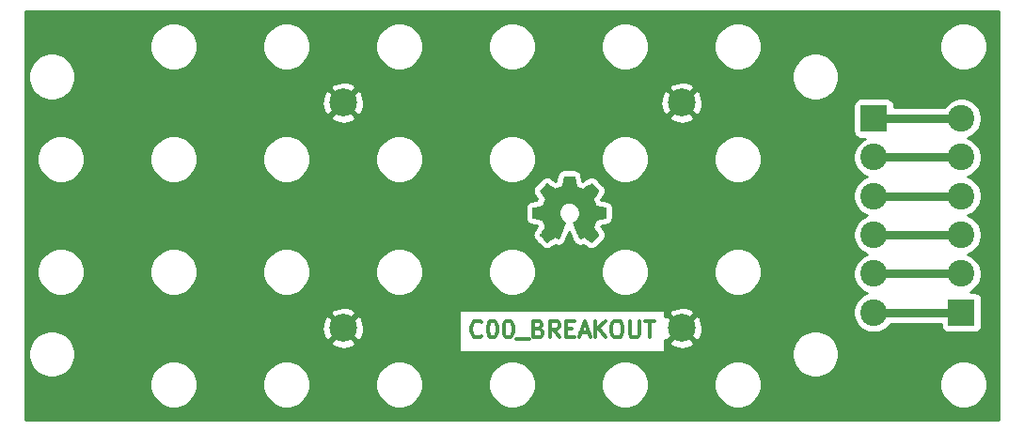
<source format=gbr>
G04 #@! TF.GenerationSoftware,KiCad,Pcbnew,5.1.5-52549c5~86~ubuntu18.04.1*
G04 #@! TF.CreationDate,2020-09-25T00:14:11-05:00*
G04 #@! TF.ProjectId,C00,4330302e-6b69-4636-9164-5f7063625858,rev?*
G04 #@! TF.SameCoordinates,Original*
G04 #@! TF.FileFunction,Copper,L1,Top*
G04 #@! TF.FilePolarity,Positive*
%FSLAX46Y46*%
G04 Gerber Fmt 4.6, Leading zero omitted, Abs format (unit mm)*
G04 Created by KiCad (PCBNEW 5.1.5-52549c5~86~ubuntu18.04.1) date 2020-09-25 00:14:11*
%MOMM*%
%LPD*%
G04 APERTURE LIST*
%ADD10C,0.300000*%
%ADD11C,0.010000*%
%ADD12C,2.400000*%
%ADD13R,2.400000X2.400000*%
%ADD14C,2.499360*%
%ADD15C,0.750000*%
%ADD16C,0.254000*%
G04 APERTURE END LIST*
D10*
X61685600Y-49913314D02*
X61614171Y-49984742D01*
X61399885Y-50056171D01*
X61257028Y-50056171D01*
X61042742Y-49984742D01*
X60899885Y-49841885D01*
X60828457Y-49699028D01*
X60757028Y-49413314D01*
X60757028Y-49199028D01*
X60828457Y-48913314D01*
X60899885Y-48770457D01*
X61042742Y-48627600D01*
X61257028Y-48556171D01*
X61399885Y-48556171D01*
X61614171Y-48627600D01*
X61685600Y-48699028D01*
X62614171Y-48556171D02*
X62757028Y-48556171D01*
X62899885Y-48627600D01*
X62971314Y-48699028D01*
X63042742Y-48841885D01*
X63114171Y-49127600D01*
X63114171Y-49484742D01*
X63042742Y-49770457D01*
X62971314Y-49913314D01*
X62899885Y-49984742D01*
X62757028Y-50056171D01*
X62614171Y-50056171D01*
X62471314Y-49984742D01*
X62399885Y-49913314D01*
X62328457Y-49770457D01*
X62257028Y-49484742D01*
X62257028Y-49127600D01*
X62328457Y-48841885D01*
X62399885Y-48699028D01*
X62471314Y-48627600D01*
X62614171Y-48556171D01*
X64042742Y-48556171D02*
X64185600Y-48556171D01*
X64328457Y-48627600D01*
X64399885Y-48699028D01*
X64471314Y-48841885D01*
X64542742Y-49127600D01*
X64542742Y-49484742D01*
X64471314Y-49770457D01*
X64399885Y-49913314D01*
X64328457Y-49984742D01*
X64185600Y-50056171D01*
X64042742Y-50056171D01*
X63899885Y-49984742D01*
X63828457Y-49913314D01*
X63757028Y-49770457D01*
X63685600Y-49484742D01*
X63685600Y-49127600D01*
X63757028Y-48841885D01*
X63828457Y-48699028D01*
X63899885Y-48627600D01*
X64042742Y-48556171D01*
X64828457Y-50199028D02*
X65971314Y-50199028D01*
X66828457Y-49270457D02*
X67042742Y-49341885D01*
X67114171Y-49413314D01*
X67185600Y-49556171D01*
X67185600Y-49770457D01*
X67114171Y-49913314D01*
X67042742Y-49984742D01*
X66899885Y-50056171D01*
X66328457Y-50056171D01*
X66328457Y-48556171D01*
X66828457Y-48556171D01*
X66971314Y-48627600D01*
X67042742Y-48699028D01*
X67114171Y-48841885D01*
X67114171Y-48984742D01*
X67042742Y-49127600D01*
X66971314Y-49199028D01*
X66828457Y-49270457D01*
X66328457Y-49270457D01*
X68685600Y-50056171D02*
X68185600Y-49341885D01*
X67828457Y-50056171D02*
X67828457Y-48556171D01*
X68399885Y-48556171D01*
X68542742Y-48627600D01*
X68614171Y-48699028D01*
X68685600Y-48841885D01*
X68685600Y-49056171D01*
X68614171Y-49199028D01*
X68542742Y-49270457D01*
X68399885Y-49341885D01*
X67828457Y-49341885D01*
X69328457Y-49270457D02*
X69828457Y-49270457D01*
X70042742Y-50056171D02*
X69328457Y-50056171D01*
X69328457Y-48556171D01*
X70042742Y-48556171D01*
X70614171Y-49627600D02*
X71328457Y-49627600D01*
X70471314Y-50056171D02*
X70971314Y-48556171D01*
X71471314Y-50056171D01*
X71971314Y-50056171D02*
X71971314Y-48556171D01*
X72828457Y-50056171D02*
X72185600Y-49199028D01*
X72828457Y-48556171D02*
X71971314Y-49413314D01*
X73757028Y-48556171D02*
X74042742Y-48556171D01*
X74185600Y-48627600D01*
X74328457Y-48770457D01*
X74399885Y-49056171D01*
X74399885Y-49556171D01*
X74328457Y-49841885D01*
X74185600Y-49984742D01*
X74042742Y-50056171D01*
X73757028Y-50056171D01*
X73614171Y-49984742D01*
X73471314Y-49841885D01*
X73399885Y-49556171D01*
X73399885Y-49056171D01*
X73471314Y-48770457D01*
X73614171Y-48627600D01*
X73757028Y-48556171D01*
X75042742Y-48556171D02*
X75042742Y-49770457D01*
X75114171Y-49913314D01*
X75185600Y-49984742D01*
X75328457Y-50056171D01*
X75614171Y-50056171D01*
X75757028Y-49984742D01*
X75828457Y-49913314D01*
X75899885Y-49770457D01*
X75899885Y-48556171D01*
X76399885Y-48556171D02*
X77257028Y-48556171D01*
X76828457Y-50056171D02*
X76828457Y-48556171D01*
D11*
G36*
X70126414Y-35975331D02*
G01*
X70210235Y-36419955D01*
X70519520Y-36547453D01*
X70828806Y-36674951D01*
X71199846Y-36422646D01*
X71303757Y-36352396D01*
X71397687Y-36289672D01*
X71477252Y-36237338D01*
X71538070Y-36198257D01*
X71575757Y-36175293D01*
X71586021Y-36170342D01*
X71604510Y-36183076D01*
X71644020Y-36218282D01*
X71700122Y-36271462D01*
X71768387Y-36338118D01*
X71844386Y-36413754D01*
X71923692Y-36493872D01*
X72001875Y-36573974D01*
X72074507Y-36649564D01*
X72137159Y-36716145D01*
X72185403Y-36769218D01*
X72214810Y-36804287D01*
X72221841Y-36816023D01*
X72211723Y-36837660D01*
X72183359Y-36885062D01*
X72139729Y-36953593D01*
X72083818Y-37038615D01*
X72018606Y-37135493D01*
X71980819Y-37190750D01*
X71911943Y-37291648D01*
X71850740Y-37382699D01*
X71800178Y-37459370D01*
X71763228Y-37517128D01*
X71742858Y-37551443D01*
X71739797Y-37558654D01*
X71746736Y-37579148D01*
X71765651Y-37626913D01*
X71793687Y-37695232D01*
X71827991Y-37777389D01*
X71865709Y-37866670D01*
X71903987Y-37956358D01*
X71939970Y-38039738D01*
X71970806Y-38110094D01*
X71993639Y-38160710D01*
X72005617Y-38184871D01*
X72006324Y-38185822D01*
X72025131Y-38190436D01*
X72075218Y-38200728D01*
X72151393Y-38215687D01*
X72248465Y-38234301D01*
X72361243Y-38255559D01*
X72427042Y-38267818D01*
X72547550Y-38290762D01*
X72656397Y-38312595D01*
X72748076Y-38332122D01*
X72817081Y-38348148D01*
X72857904Y-38359479D01*
X72866111Y-38363074D01*
X72874148Y-38387406D01*
X72880633Y-38442359D01*
X72885570Y-38521508D01*
X72888964Y-38618426D01*
X72890818Y-38726687D01*
X72891138Y-38839865D01*
X72889927Y-38951535D01*
X72887190Y-39055268D01*
X72882931Y-39144641D01*
X72877155Y-39213226D01*
X72869867Y-39254597D01*
X72865495Y-39263210D01*
X72839364Y-39273533D01*
X72783993Y-39288292D01*
X72706707Y-39305752D01*
X72614830Y-39324180D01*
X72582758Y-39330141D01*
X72428124Y-39358466D01*
X72305975Y-39381276D01*
X72212273Y-39399480D01*
X72142984Y-39413983D01*
X72094071Y-39425692D01*
X72061497Y-39435515D01*
X72041228Y-39444356D01*
X72029226Y-39453124D01*
X72027547Y-39454857D01*
X72010784Y-39482771D01*
X71985214Y-39537095D01*
X71953388Y-39611177D01*
X71917860Y-39698365D01*
X71881183Y-39792008D01*
X71845911Y-39885452D01*
X71814596Y-39972047D01*
X71789793Y-40045140D01*
X71774054Y-40098078D01*
X71769932Y-40124211D01*
X71770276Y-40125126D01*
X71784241Y-40146486D01*
X71815922Y-40193484D01*
X71861991Y-40261227D01*
X71919118Y-40344823D01*
X71983973Y-40439382D01*
X72002443Y-40466254D01*
X72068299Y-40563675D01*
X72126250Y-40652563D01*
X72173138Y-40727812D01*
X72205807Y-40784320D01*
X72221100Y-40816981D01*
X72221841Y-40820993D01*
X72208992Y-40842084D01*
X72173488Y-40883864D01*
X72119893Y-40941845D01*
X72052771Y-41011535D01*
X71976687Y-41088445D01*
X71896204Y-41168083D01*
X71815887Y-41245961D01*
X71740299Y-41317586D01*
X71674005Y-41378470D01*
X71621569Y-41424121D01*
X71587555Y-41450050D01*
X71578145Y-41454283D01*
X71556243Y-41444312D01*
X71511400Y-41417420D01*
X71450921Y-41378136D01*
X71404389Y-41346517D01*
X71320075Y-41288498D01*
X71220226Y-41220184D01*
X71120073Y-41151979D01*
X71066227Y-41115475D01*
X70883971Y-40992200D01*
X70730981Y-41074920D01*
X70661282Y-41111159D01*
X70602014Y-41139326D01*
X70561911Y-41155391D01*
X70551703Y-41157626D01*
X70539429Y-41141122D01*
X70515213Y-41094482D01*
X70480863Y-41022009D01*
X70438188Y-40928006D01*
X70388994Y-40816774D01*
X70335090Y-40692615D01*
X70278284Y-40559832D01*
X70220382Y-40422727D01*
X70163193Y-40285602D01*
X70108524Y-40152758D01*
X70058184Y-40028498D01*
X70013980Y-39917125D01*
X69977719Y-39822939D01*
X69951209Y-39750244D01*
X69936258Y-39703341D01*
X69933854Y-39687233D01*
X69952911Y-39666686D01*
X69994636Y-39633333D01*
X70050306Y-39594102D01*
X70054978Y-39590999D01*
X70198864Y-39475823D01*
X70314883Y-39341453D01*
X70402030Y-39192184D01*
X70459299Y-39032313D01*
X70485686Y-38866137D01*
X70480185Y-38697952D01*
X70441790Y-38532055D01*
X70369495Y-38372742D01*
X70348226Y-38337887D01*
X70237596Y-38197137D01*
X70106902Y-38084114D01*
X69960664Y-37999403D01*
X69803408Y-37943594D01*
X69639657Y-37917274D01*
X69473933Y-37921030D01*
X69310762Y-37955450D01*
X69154665Y-38021123D01*
X69010167Y-38118635D01*
X68965469Y-38158213D01*
X68851712Y-38282103D01*
X68768818Y-38412524D01*
X68711956Y-38558715D01*
X68680287Y-38703488D01*
X68672469Y-38866260D01*
X68698538Y-39029840D01*
X68755845Y-39188698D01*
X68841744Y-39337306D01*
X68953586Y-39470135D01*
X69088723Y-39581656D01*
X69106483Y-39593411D01*
X69162750Y-39631908D01*
X69205523Y-39665263D01*
X69225972Y-39686560D01*
X69226269Y-39687233D01*
X69221879Y-39710271D01*
X69204476Y-39762557D01*
X69175868Y-39839790D01*
X69137865Y-39937668D01*
X69092274Y-40051891D01*
X69040903Y-40178158D01*
X68985562Y-40312167D01*
X68928058Y-40449618D01*
X68870201Y-40586208D01*
X68813798Y-40717637D01*
X68760658Y-40839605D01*
X68712590Y-40947809D01*
X68671401Y-41037949D01*
X68638901Y-41105723D01*
X68616897Y-41146830D01*
X68608036Y-41157626D01*
X68580960Y-41149219D01*
X68530297Y-41126672D01*
X68464783Y-41094013D01*
X68428759Y-41074920D01*
X68275768Y-40992200D01*
X68093512Y-41115475D01*
X68000475Y-41178628D01*
X67898615Y-41248127D01*
X67803162Y-41313565D01*
X67755350Y-41346517D01*
X67688105Y-41391673D01*
X67631164Y-41427457D01*
X67591954Y-41449338D01*
X67579219Y-41453963D01*
X67560683Y-41441485D01*
X67519659Y-41406652D01*
X67460125Y-41353078D01*
X67386058Y-41284383D01*
X67301435Y-41204181D01*
X67247915Y-41152686D01*
X67154281Y-41060686D01*
X67073359Y-40978399D01*
X67008423Y-40909345D01*
X66962742Y-40857044D01*
X66939589Y-40825016D01*
X66937368Y-40818516D01*
X66947676Y-40793794D01*
X66976161Y-40743805D01*
X67019663Y-40673612D01*
X67075023Y-40588275D01*
X67139080Y-40492856D01*
X67157297Y-40466254D01*
X67223673Y-40369567D01*
X67283222Y-40282517D01*
X67332616Y-40209995D01*
X67368525Y-40156893D01*
X67387619Y-40128103D01*
X67389464Y-40125126D01*
X67386705Y-40102182D01*
X67372062Y-40051736D01*
X67348087Y-39980441D01*
X67317334Y-39894947D01*
X67282356Y-39801907D01*
X67245707Y-39707974D01*
X67209939Y-39619799D01*
X67177606Y-39544034D01*
X67151262Y-39487331D01*
X67133458Y-39456343D01*
X67132193Y-39454857D01*
X67121306Y-39446001D01*
X67102918Y-39437243D01*
X67072994Y-39427677D01*
X67027497Y-39416396D01*
X66962391Y-39402493D01*
X66873639Y-39385063D01*
X66757207Y-39363198D01*
X66609058Y-39335991D01*
X66576982Y-39330141D01*
X66481914Y-39311774D01*
X66399035Y-39293805D01*
X66335670Y-39277969D01*
X66299142Y-39266000D01*
X66294244Y-39263210D01*
X66286173Y-39238472D01*
X66279613Y-39183190D01*
X66274567Y-39103789D01*
X66271041Y-39006696D01*
X66269039Y-38898338D01*
X66268564Y-38785140D01*
X66269623Y-38673528D01*
X66272218Y-38569929D01*
X66276354Y-38480768D01*
X66282037Y-38412472D01*
X66289269Y-38371466D01*
X66293629Y-38363074D01*
X66317902Y-38354608D01*
X66373174Y-38340835D01*
X66453938Y-38322950D01*
X66554688Y-38302148D01*
X66669917Y-38279623D01*
X66732698Y-38267818D01*
X66851813Y-38245551D01*
X66958035Y-38225379D01*
X67046173Y-38208315D01*
X67111034Y-38195369D01*
X67147426Y-38187555D01*
X67153416Y-38185822D01*
X67163539Y-38166290D01*
X67184938Y-38119243D01*
X67214761Y-38051403D01*
X67250155Y-37969491D01*
X67288268Y-37880228D01*
X67326247Y-37790335D01*
X67361240Y-37706535D01*
X67390394Y-37635547D01*
X67410857Y-37584094D01*
X67419777Y-37558897D01*
X67419943Y-37557796D01*
X67409831Y-37537919D01*
X67381483Y-37492177D01*
X67337877Y-37425117D01*
X67281994Y-37341284D01*
X67216813Y-37245226D01*
X67178921Y-37190050D01*
X67109875Y-37088881D01*
X67048550Y-36997030D01*
X66997937Y-36919144D01*
X66961029Y-36859869D01*
X66940818Y-36823851D01*
X66937899Y-36815777D01*
X66950447Y-36796984D01*
X66985137Y-36756857D01*
X67037537Y-36699893D01*
X67103216Y-36630585D01*
X67177744Y-36553431D01*
X67256687Y-36472925D01*
X67335617Y-36393563D01*
X67410100Y-36319840D01*
X67475706Y-36256252D01*
X67528004Y-36207294D01*
X67562561Y-36177461D01*
X67574122Y-36170342D01*
X67592946Y-36180353D01*
X67637969Y-36208478D01*
X67704813Y-36251854D01*
X67789101Y-36307618D01*
X67886456Y-36372906D01*
X67959893Y-36422646D01*
X68330933Y-36674951D01*
X68949505Y-36419955D01*
X69033325Y-35975331D01*
X69117146Y-35530707D01*
X70042594Y-35530707D01*
X70126414Y-35975331D01*
G37*
X70126414Y-35975331D02*
X70210235Y-36419955D01*
X70519520Y-36547453D01*
X70828806Y-36674951D01*
X71199846Y-36422646D01*
X71303757Y-36352396D01*
X71397687Y-36289672D01*
X71477252Y-36237338D01*
X71538070Y-36198257D01*
X71575757Y-36175293D01*
X71586021Y-36170342D01*
X71604510Y-36183076D01*
X71644020Y-36218282D01*
X71700122Y-36271462D01*
X71768387Y-36338118D01*
X71844386Y-36413754D01*
X71923692Y-36493872D01*
X72001875Y-36573974D01*
X72074507Y-36649564D01*
X72137159Y-36716145D01*
X72185403Y-36769218D01*
X72214810Y-36804287D01*
X72221841Y-36816023D01*
X72211723Y-36837660D01*
X72183359Y-36885062D01*
X72139729Y-36953593D01*
X72083818Y-37038615D01*
X72018606Y-37135493D01*
X71980819Y-37190750D01*
X71911943Y-37291648D01*
X71850740Y-37382699D01*
X71800178Y-37459370D01*
X71763228Y-37517128D01*
X71742858Y-37551443D01*
X71739797Y-37558654D01*
X71746736Y-37579148D01*
X71765651Y-37626913D01*
X71793687Y-37695232D01*
X71827991Y-37777389D01*
X71865709Y-37866670D01*
X71903987Y-37956358D01*
X71939970Y-38039738D01*
X71970806Y-38110094D01*
X71993639Y-38160710D01*
X72005617Y-38184871D01*
X72006324Y-38185822D01*
X72025131Y-38190436D01*
X72075218Y-38200728D01*
X72151393Y-38215687D01*
X72248465Y-38234301D01*
X72361243Y-38255559D01*
X72427042Y-38267818D01*
X72547550Y-38290762D01*
X72656397Y-38312595D01*
X72748076Y-38332122D01*
X72817081Y-38348148D01*
X72857904Y-38359479D01*
X72866111Y-38363074D01*
X72874148Y-38387406D01*
X72880633Y-38442359D01*
X72885570Y-38521508D01*
X72888964Y-38618426D01*
X72890818Y-38726687D01*
X72891138Y-38839865D01*
X72889927Y-38951535D01*
X72887190Y-39055268D01*
X72882931Y-39144641D01*
X72877155Y-39213226D01*
X72869867Y-39254597D01*
X72865495Y-39263210D01*
X72839364Y-39273533D01*
X72783993Y-39288292D01*
X72706707Y-39305752D01*
X72614830Y-39324180D01*
X72582758Y-39330141D01*
X72428124Y-39358466D01*
X72305975Y-39381276D01*
X72212273Y-39399480D01*
X72142984Y-39413983D01*
X72094071Y-39425692D01*
X72061497Y-39435515D01*
X72041228Y-39444356D01*
X72029226Y-39453124D01*
X72027547Y-39454857D01*
X72010784Y-39482771D01*
X71985214Y-39537095D01*
X71953388Y-39611177D01*
X71917860Y-39698365D01*
X71881183Y-39792008D01*
X71845911Y-39885452D01*
X71814596Y-39972047D01*
X71789793Y-40045140D01*
X71774054Y-40098078D01*
X71769932Y-40124211D01*
X71770276Y-40125126D01*
X71784241Y-40146486D01*
X71815922Y-40193484D01*
X71861991Y-40261227D01*
X71919118Y-40344823D01*
X71983973Y-40439382D01*
X72002443Y-40466254D01*
X72068299Y-40563675D01*
X72126250Y-40652563D01*
X72173138Y-40727812D01*
X72205807Y-40784320D01*
X72221100Y-40816981D01*
X72221841Y-40820993D01*
X72208992Y-40842084D01*
X72173488Y-40883864D01*
X72119893Y-40941845D01*
X72052771Y-41011535D01*
X71976687Y-41088445D01*
X71896204Y-41168083D01*
X71815887Y-41245961D01*
X71740299Y-41317586D01*
X71674005Y-41378470D01*
X71621569Y-41424121D01*
X71587555Y-41450050D01*
X71578145Y-41454283D01*
X71556243Y-41444312D01*
X71511400Y-41417420D01*
X71450921Y-41378136D01*
X71404389Y-41346517D01*
X71320075Y-41288498D01*
X71220226Y-41220184D01*
X71120073Y-41151979D01*
X71066227Y-41115475D01*
X70883971Y-40992200D01*
X70730981Y-41074920D01*
X70661282Y-41111159D01*
X70602014Y-41139326D01*
X70561911Y-41155391D01*
X70551703Y-41157626D01*
X70539429Y-41141122D01*
X70515213Y-41094482D01*
X70480863Y-41022009D01*
X70438188Y-40928006D01*
X70388994Y-40816774D01*
X70335090Y-40692615D01*
X70278284Y-40559832D01*
X70220382Y-40422727D01*
X70163193Y-40285602D01*
X70108524Y-40152758D01*
X70058184Y-40028498D01*
X70013980Y-39917125D01*
X69977719Y-39822939D01*
X69951209Y-39750244D01*
X69936258Y-39703341D01*
X69933854Y-39687233D01*
X69952911Y-39666686D01*
X69994636Y-39633333D01*
X70050306Y-39594102D01*
X70054978Y-39590999D01*
X70198864Y-39475823D01*
X70314883Y-39341453D01*
X70402030Y-39192184D01*
X70459299Y-39032313D01*
X70485686Y-38866137D01*
X70480185Y-38697952D01*
X70441790Y-38532055D01*
X70369495Y-38372742D01*
X70348226Y-38337887D01*
X70237596Y-38197137D01*
X70106902Y-38084114D01*
X69960664Y-37999403D01*
X69803408Y-37943594D01*
X69639657Y-37917274D01*
X69473933Y-37921030D01*
X69310762Y-37955450D01*
X69154665Y-38021123D01*
X69010167Y-38118635D01*
X68965469Y-38158213D01*
X68851712Y-38282103D01*
X68768818Y-38412524D01*
X68711956Y-38558715D01*
X68680287Y-38703488D01*
X68672469Y-38866260D01*
X68698538Y-39029840D01*
X68755845Y-39188698D01*
X68841744Y-39337306D01*
X68953586Y-39470135D01*
X69088723Y-39581656D01*
X69106483Y-39593411D01*
X69162750Y-39631908D01*
X69205523Y-39665263D01*
X69225972Y-39686560D01*
X69226269Y-39687233D01*
X69221879Y-39710271D01*
X69204476Y-39762557D01*
X69175868Y-39839790D01*
X69137865Y-39937668D01*
X69092274Y-40051891D01*
X69040903Y-40178158D01*
X68985562Y-40312167D01*
X68928058Y-40449618D01*
X68870201Y-40586208D01*
X68813798Y-40717637D01*
X68760658Y-40839605D01*
X68712590Y-40947809D01*
X68671401Y-41037949D01*
X68638901Y-41105723D01*
X68616897Y-41146830D01*
X68608036Y-41157626D01*
X68580960Y-41149219D01*
X68530297Y-41126672D01*
X68464783Y-41094013D01*
X68428759Y-41074920D01*
X68275768Y-40992200D01*
X68093512Y-41115475D01*
X68000475Y-41178628D01*
X67898615Y-41248127D01*
X67803162Y-41313565D01*
X67755350Y-41346517D01*
X67688105Y-41391673D01*
X67631164Y-41427457D01*
X67591954Y-41449338D01*
X67579219Y-41453963D01*
X67560683Y-41441485D01*
X67519659Y-41406652D01*
X67460125Y-41353078D01*
X67386058Y-41284383D01*
X67301435Y-41204181D01*
X67247915Y-41152686D01*
X67154281Y-41060686D01*
X67073359Y-40978399D01*
X67008423Y-40909345D01*
X66962742Y-40857044D01*
X66939589Y-40825016D01*
X66937368Y-40818516D01*
X66947676Y-40793794D01*
X66976161Y-40743805D01*
X67019663Y-40673612D01*
X67075023Y-40588275D01*
X67139080Y-40492856D01*
X67157297Y-40466254D01*
X67223673Y-40369567D01*
X67283222Y-40282517D01*
X67332616Y-40209995D01*
X67368525Y-40156893D01*
X67387619Y-40128103D01*
X67389464Y-40125126D01*
X67386705Y-40102182D01*
X67372062Y-40051736D01*
X67348087Y-39980441D01*
X67317334Y-39894947D01*
X67282356Y-39801907D01*
X67245707Y-39707974D01*
X67209939Y-39619799D01*
X67177606Y-39544034D01*
X67151262Y-39487331D01*
X67133458Y-39456343D01*
X67132193Y-39454857D01*
X67121306Y-39446001D01*
X67102918Y-39437243D01*
X67072994Y-39427677D01*
X67027497Y-39416396D01*
X66962391Y-39402493D01*
X66873639Y-39385063D01*
X66757207Y-39363198D01*
X66609058Y-39335991D01*
X66576982Y-39330141D01*
X66481914Y-39311774D01*
X66399035Y-39293805D01*
X66335670Y-39277969D01*
X66299142Y-39266000D01*
X66294244Y-39263210D01*
X66286173Y-39238472D01*
X66279613Y-39183190D01*
X66274567Y-39103789D01*
X66271041Y-39006696D01*
X66269039Y-38898338D01*
X66268564Y-38785140D01*
X66269623Y-38673528D01*
X66272218Y-38569929D01*
X66276354Y-38480768D01*
X66282037Y-38412472D01*
X66289269Y-38371466D01*
X66293629Y-38363074D01*
X66317902Y-38354608D01*
X66373174Y-38340835D01*
X66453938Y-38322950D01*
X66554688Y-38302148D01*
X66669917Y-38279623D01*
X66732698Y-38267818D01*
X66851813Y-38245551D01*
X66958035Y-38225379D01*
X67046173Y-38208315D01*
X67111034Y-38195369D01*
X67147426Y-38187555D01*
X67153416Y-38185822D01*
X67163539Y-38166290D01*
X67184938Y-38119243D01*
X67214761Y-38051403D01*
X67250155Y-37969491D01*
X67288268Y-37880228D01*
X67326247Y-37790335D01*
X67361240Y-37706535D01*
X67390394Y-37635547D01*
X67410857Y-37584094D01*
X67419777Y-37558897D01*
X67419943Y-37557796D01*
X67409831Y-37537919D01*
X67381483Y-37492177D01*
X67337877Y-37425117D01*
X67281994Y-37341284D01*
X67216813Y-37245226D01*
X67178921Y-37190050D01*
X67109875Y-37088881D01*
X67048550Y-36997030D01*
X66997937Y-36919144D01*
X66961029Y-36859869D01*
X66940818Y-36823851D01*
X66937899Y-36815777D01*
X66950447Y-36796984D01*
X66985137Y-36756857D01*
X67037537Y-36699893D01*
X67103216Y-36630585D01*
X67177744Y-36553431D01*
X67256687Y-36472925D01*
X67335617Y-36393563D01*
X67410100Y-36319840D01*
X67475706Y-36256252D01*
X67528004Y-36207294D01*
X67562561Y-36177461D01*
X67574122Y-36170342D01*
X67592946Y-36180353D01*
X67637969Y-36208478D01*
X67704813Y-36251854D01*
X67789101Y-36307618D01*
X67886456Y-36372906D01*
X67959893Y-36422646D01*
X68330933Y-36674951D01*
X68949505Y-36419955D01*
X69033325Y-35975331D01*
X69117146Y-35530707D01*
X70042594Y-35530707D01*
X70126414Y-35975331D01*
D12*
X97000000Y-47800000D03*
X97000000Y-44300000D03*
X97000000Y-40800000D03*
X97000000Y-37300000D03*
X97000000Y-33800000D03*
D13*
X97000000Y-30300000D03*
D12*
X104900000Y-30300000D03*
X104900000Y-33800000D03*
X104900000Y-37300000D03*
X104900000Y-40800000D03*
X104900000Y-44300000D03*
D13*
X104900000Y-47800000D03*
D14*
X79690000Y-49210000D03*
X79690000Y-28890000D03*
X49210000Y-49210000D03*
X49210000Y-28890000D03*
D15*
X98950000Y-30300000D02*
X104900000Y-30300000D01*
X97000000Y-30300000D02*
X98950000Y-30300000D01*
X103202944Y-33800000D02*
X97000000Y-33800000D01*
X104900000Y-33800000D02*
X103202944Y-33800000D01*
X97000000Y-37300000D02*
X104900000Y-37300000D01*
X103202944Y-40800000D02*
X97000000Y-40800000D01*
X104900000Y-40800000D02*
X103202944Y-40800000D01*
X97000000Y-44300000D02*
X104900000Y-44300000D01*
X104900000Y-47800000D02*
X97000000Y-47800000D01*
D16*
G36*
X108240001Y-57440000D02*
G01*
X20660000Y-57440000D01*
X20660000Y-54079721D01*
X31835000Y-54079721D01*
X31835000Y-54500279D01*
X31917047Y-54912756D01*
X32077988Y-55301302D01*
X32311637Y-55650983D01*
X32609017Y-55948363D01*
X32958698Y-56182012D01*
X33347244Y-56342953D01*
X33759721Y-56425000D01*
X34180279Y-56425000D01*
X34592756Y-56342953D01*
X34981302Y-56182012D01*
X35330983Y-55948363D01*
X35628363Y-55650983D01*
X35862012Y-55301302D01*
X36022953Y-54912756D01*
X36105000Y-54500279D01*
X36105000Y-54079721D01*
X41995000Y-54079721D01*
X41995000Y-54500279D01*
X42077047Y-54912756D01*
X42237988Y-55301302D01*
X42471637Y-55650983D01*
X42769017Y-55948363D01*
X43118698Y-56182012D01*
X43507244Y-56342953D01*
X43919721Y-56425000D01*
X44340279Y-56425000D01*
X44752756Y-56342953D01*
X45141302Y-56182012D01*
X45490983Y-55948363D01*
X45788363Y-55650983D01*
X46022012Y-55301302D01*
X46182953Y-54912756D01*
X46265000Y-54500279D01*
X46265000Y-54079721D01*
X52155000Y-54079721D01*
X52155000Y-54500279D01*
X52237047Y-54912756D01*
X52397988Y-55301302D01*
X52631637Y-55650983D01*
X52929017Y-55948363D01*
X53278698Y-56182012D01*
X53667244Y-56342953D01*
X54079721Y-56425000D01*
X54500279Y-56425000D01*
X54912756Y-56342953D01*
X55301302Y-56182012D01*
X55650983Y-55948363D01*
X55948363Y-55650983D01*
X56182012Y-55301302D01*
X56342953Y-54912756D01*
X56425000Y-54500279D01*
X56425000Y-54079721D01*
X62315000Y-54079721D01*
X62315000Y-54500279D01*
X62397047Y-54912756D01*
X62557988Y-55301302D01*
X62791637Y-55650983D01*
X63089017Y-55948363D01*
X63438698Y-56182012D01*
X63827244Y-56342953D01*
X64239721Y-56425000D01*
X64660279Y-56425000D01*
X65072756Y-56342953D01*
X65461302Y-56182012D01*
X65810983Y-55948363D01*
X66108363Y-55650983D01*
X66342012Y-55301302D01*
X66502953Y-54912756D01*
X66585000Y-54500279D01*
X66585000Y-54079721D01*
X72475000Y-54079721D01*
X72475000Y-54500279D01*
X72557047Y-54912756D01*
X72717988Y-55301302D01*
X72951637Y-55650983D01*
X73249017Y-55948363D01*
X73598698Y-56182012D01*
X73987244Y-56342953D01*
X74399721Y-56425000D01*
X74820279Y-56425000D01*
X75232756Y-56342953D01*
X75621302Y-56182012D01*
X75970983Y-55948363D01*
X76268363Y-55650983D01*
X76502012Y-55301302D01*
X76662953Y-54912756D01*
X76745000Y-54500279D01*
X76745000Y-54079721D01*
X82635000Y-54079721D01*
X82635000Y-54500279D01*
X82717047Y-54912756D01*
X82877988Y-55301302D01*
X83111637Y-55650983D01*
X83409017Y-55948363D01*
X83758698Y-56182012D01*
X84147244Y-56342953D01*
X84559721Y-56425000D01*
X84980279Y-56425000D01*
X85392756Y-56342953D01*
X85781302Y-56182012D01*
X86130983Y-55948363D01*
X86428363Y-55650983D01*
X86662012Y-55301302D01*
X86822953Y-54912756D01*
X86905000Y-54500279D01*
X86905000Y-54079721D01*
X102955000Y-54079721D01*
X102955000Y-54500279D01*
X103037047Y-54912756D01*
X103197988Y-55301302D01*
X103431637Y-55650983D01*
X103729017Y-55948363D01*
X104078698Y-56182012D01*
X104467244Y-56342953D01*
X104879721Y-56425000D01*
X105300279Y-56425000D01*
X105712756Y-56342953D01*
X106101302Y-56182012D01*
X106450983Y-55948363D01*
X106748363Y-55650983D01*
X106982012Y-55301302D01*
X107142953Y-54912756D01*
X107225000Y-54500279D01*
X107225000Y-54079721D01*
X107142953Y-53667244D01*
X106982012Y-53278698D01*
X106748363Y-52929017D01*
X106450983Y-52631637D01*
X106101302Y-52397988D01*
X105712756Y-52237047D01*
X105300279Y-52155000D01*
X104879721Y-52155000D01*
X104467244Y-52237047D01*
X104078698Y-52397988D01*
X103729017Y-52631637D01*
X103431637Y-52929017D01*
X103197988Y-53278698D01*
X103037047Y-53667244D01*
X102955000Y-54079721D01*
X86905000Y-54079721D01*
X86822953Y-53667244D01*
X86662012Y-53278698D01*
X86428363Y-52929017D01*
X86130983Y-52631637D01*
X85781302Y-52397988D01*
X85392756Y-52237047D01*
X84980279Y-52155000D01*
X84559721Y-52155000D01*
X84147244Y-52237047D01*
X83758698Y-52397988D01*
X83409017Y-52631637D01*
X83111637Y-52929017D01*
X82877988Y-53278698D01*
X82717047Y-53667244D01*
X82635000Y-54079721D01*
X76745000Y-54079721D01*
X76662953Y-53667244D01*
X76502012Y-53278698D01*
X76268363Y-52929017D01*
X75970983Y-52631637D01*
X75621302Y-52397988D01*
X75232756Y-52237047D01*
X74820279Y-52155000D01*
X74399721Y-52155000D01*
X73987244Y-52237047D01*
X73598698Y-52397988D01*
X73249017Y-52631637D01*
X72951637Y-52929017D01*
X72717988Y-53278698D01*
X72557047Y-53667244D01*
X72475000Y-54079721D01*
X66585000Y-54079721D01*
X66502953Y-53667244D01*
X66342012Y-53278698D01*
X66108363Y-52929017D01*
X65810983Y-52631637D01*
X65461302Y-52397988D01*
X65072756Y-52237047D01*
X64660279Y-52155000D01*
X64239721Y-52155000D01*
X63827244Y-52237047D01*
X63438698Y-52397988D01*
X63089017Y-52631637D01*
X62791637Y-52929017D01*
X62557988Y-53278698D01*
X62397047Y-53667244D01*
X62315000Y-54079721D01*
X56425000Y-54079721D01*
X56342953Y-53667244D01*
X56182012Y-53278698D01*
X55948363Y-52929017D01*
X55650983Y-52631637D01*
X55301302Y-52397988D01*
X54912756Y-52237047D01*
X54500279Y-52155000D01*
X54079721Y-52155000D01*
X53667244Y-52237047D01*
X53278698Y-52397988D01*
X52929017Y-52631637D01*
X52631637Y-52929017D01*
X52397988Y-53278698D01*
X52237047Y-53667244D01*
X52155000Y-54079721D01*
X46265000Y-54079721D01*
X46182953Y-53667244D01*
X46022012Y-53278698D01*
X45788363Y-52929017D01*
X45490983Y-52631637D01*
X45141302Y-52397988D01*
X44752756Y-52237047D01*
X44340279Y-52155000D01*
X43919721Y-52155000D01*
X43507244Y-52237047D01*
X43118698Y-52397988D01*
X42769017Y-52631637D01*
X42471637Y-52929017D01*
X42237988Y-53278698D01*
X42077047Y-53667244D01*
X41995000Y-54079721D01*
X36105000Y-54079721D01*
X36022953Y-53667244D01*
X35862012Y-53278698D01*
X35628363Y-52929017D01*
X35330983Y-52631637D01*
X34981302Y-52397988D01*
X34592756Y-52237047D01*
X34180279Y-52155000D01*
X33759721Y-52155000D01*
X33347244Y-52237047D01*
X32958698Y-52397988D01*
X32609017Y-52631637D01*
X32311637Y-52929017D01*
X32077988Y-53278698D01*
X31917047Y-53667244D01*
X31835000Y-54079721D01*
X20660000Y-54079721D01*
X20660000Y-51339721D01*
X20865000Y-51339721D01*
X20865000Y-51760279D01*
X20947047Y-52172756D01*
X21107988Y-52561302D01*
X21341637Y-52910983D01*
X21639017Y-53208363D01*
X21988698Y-53442012D01*
X22377244Y-53602953D01*
X22789721Y-53685000D01*
X23210279Y-53685000D01*
X23622756Y-53602953D01*
X24011302Y-53442012D01*
X24360983Y-53208363D01*
X24658363Y-52910983D01*
X24892012Y-52561302D01*
X25052953Y-52172756D01*
X25135000Y-51760279D01*
X25135000Y-51339721D01*
X25052953Y-50927244D01*
X24892012Y-50538698D01*
X24881775Y-50523377D01*
X48076229Y-50523377D01*
X48202104Y-50813315D01*
X48534262Y-50979139D01*
X48892387Y-51076975D01*
X49262719Y-51103065D01*
X49631025Y-51056405D01*
X49983151Y-50938789D01*
X50217896Y-50813315D01*
X50343771Y-50523377D01*
X49210000Y-49389605D01*
X48076229Y-50523377D01*
X24881775Y-50523377D01*
X24658363Y-50189017D01*
X24360983Y-49891637D01*
X24011302Y-49657988D01*
X23622756Y-49497047D01*
X23210279Y-49415000D01*
X22789721Y-49415000D01*
X22377244Y-49497047D01*
X21988698Y-49657988D01*
X21639017Y-49891637D01*
X21341637Y-50189017D01*
X21107988Y-50538698D01*
X20947047Y-50927244D01*
X20865000Y-51339721D01*
X20660000Y-51339721D01*
X20660000Y-49262719D01*
X47316935Y-49262719D01*
X47363595Y-49631025D01*
X47481211Y-49983151D01*
X47606685Y-50217896D01*
X47896623Y-50343771D01*
X49030395Y-49210000D01*
X49389605Y-49210000D01*
X50523377Y-50343771D01*
X50813315Y-50217896D01*
X50979139Y-49885738D01*
X51076975Y-49527613D01*
X51103065Y-49157281D01*
X51056405Y-48788975D01*
X50938789Y-48436849D01*
X50813315Y-48202104D01*
X50523377Y-48076229D01*
X49389605Y-49210000D01*
X49030395Y-49210000D01*
X47896623Y-48076229D01*
X47606685Y-48202104D01*
X47440861Y-48534262D01*
X47343025Y-48892387D01*
X47316935Y-49262719D01*
X20660000Y-49262719D01*
X20660000Y-47896623D01*
X48076229Y-47896623D01*
X49210000Y-49030395D01*
X50343771Y-47896623D01*
X50217896Y-47606685D01*
X50179668Y-47587600D01*
X59686315Y-47587600D01*
X59686315Y-51407600D01*
X78184886Y-51407600D01*
X78184886Y-51339721D01*
X89615000Y-51339721D01*
X89615000Y-51760279D01*
X89697047Y-52172756D01*
X89857988Y-52561302D01*
X90091637Y-52910983D01*
X90389017Y-53208363D01*
X90738698Y-53442012D01*
X91127244Y-53602953D01*
X91539721Y-53685000D01*
X91960279Y-53685000D01*
X92372756Y-53602953D01*
X92761302Y-53442012D01*
X93110983Y-53208363D01*
X93408363Y-52910983D01*
X93642012Y-52561302D01*
X93802953Y-52172756D01*
X93885000Y-51760279D01*
X93885000Y-51339721D01*
X93802953Y-50927244D01*
X93642012Y-50538698D01*
X93408363Y-50189017D01*
X93110983Y-49891637D01*
X92761302Y-49657988D01*
X92372756Y-49497047D01*
X91960279Y-49415000D01*
X91539721Y-49415000D01*
X91127244Y-49497047D01*
X90738698Y-49657988D01*
X90389017Y-49891637D01*
X90091637Y-50189017D01*
X89857988Y-50538698D01*
X89697047Y-50927244D01*
X89615000Y-51339721D01*
X78184886Y-51339721D01*
X78184886Y-50523377D01*
X78556229Y-50523377D01*
X78682104Y-50813315D01*
X79014262Y-50979139D01*
X79372387Y-51076975D01*
X79742719Y-51103065D01*
X80111025Y-51056405D01*
X80463151Y-50938789D01*
X80697896Y-50813315D01*
X80823771Y-50523377D01*
X79690000Y-49389605D01*
X78556229Y-50523377D01*
X78184886Y-50523377D01*
X78184886Y-50260529D01*
X78376623Y-50343771D01*
X79510395Y-49210000D01*
X79869605Y-49210000D01*
X81003377Y-50343771D01*
X81293315Y-50217896D01*
X81459139Y-49885738D01*
X81556975Y-49527613D01*
X81583065Y-49157281D01*
X81536405Y-48788975D01*
X81418789Y-48436849D01*
X81293315Y-48202104D01*
X81003377Y-48076229D01*
X79869605Y-49210000D01*
X79510395Y-49210000D01*
X78376623Y-48076229D01*
X78184886Y-48159471D01*
X78184886Y-47896623D01*
X78556229Y-47896623D01*
X79690000Y-49030395D01*
X80823771Y-47896623D01*
X80697896Y-47606685D01*
X80365738Y-47440861D01*
X80007613Y-47343025D01*
X79637281Y-47316935D01*
X79268975Y-47363595D01*
X78916849Y-47481211D01*
X78682104Y-47606685D01*
X78556229Y-47896623D01*
X78184886Y-47896623D01*
X78184886Y-47587600D01*
X59686315Y-47587600D01*
X50179668Y-47587600D01*
X49885738Y-47440861D01*
X49527613Y-47343025D01*
X49157281Y-47316935D01*
X48788975Y-47363595D01*
X48436849Y-47481211D01*
X48202104Y-47606685D01*
X48076229Y-47896623D01*
X20660000Y-47896623D01*
X20660000Y-43919721D01*
X21675000Y-43919721D01*
X21675000Y-44340279D01*
X21757047Y-44752756D01*
X21917988Y-45141302D01*
X22151637Y-45490983D01*
X22449017Y-45788363D01*
X22798698Y-46022012D01*
X23187244Y-46182953D01*
X23599721Y-46265000D01*
X24020279Y-46265000D01*
X24432756Y-46182953D01*
X24821302Y-46022012D01*
X25170983Y-45788363D01*
X25468363Y-45490983D01*
X25702012Y-45141302D01*
X25862953Y-44752756D01*
X25945000Y-44340279D01*
X25945000Y-43919721D01*
X31835000Y-43919721D01*
X31835000Y-44340279D01*
X31917047Y-44752756D01*
X32077988Y-45141302D01*
X32311637Y-45490983D01*
X32609017Y-45788363D01*
X32958698Y-46022012D01*
X33347244Y-46182953D01*
X33759721Y-46265000D01*
X34180279Y-46265000D01*
X34592756Y-46182953D01*
X34981302Y-46022012D01*
X35330983Y-45788363D01*
X35628363Y-45490983D01*
X35862012Y-45141302D01*
X36022953Y-44752756D01*
X36105000Y-44340279D01*
X36105000Y-43919721D01*
X41995000Y-43919721D01*
X41995000Y-44340279D01*
X42077047Y-44752756D01*
X42237988Y-45141302D01*
X42471637Y-45490983D01*
X42769017Y-45788363D01*
X43118698Y-46022012D01*
X43507244Y-46182953D01*
X43919721Y-46265000D01*
X44340279Y-46265000D01*
X44752756Y-46182953D01*
X45141302Y-46022012D01*
X45490983Y-45788363D01*
X45788363Y-45490983D01*
X46022012Y-45141302D01*
X46182953Y-44752756D01*
X46265000Y-44340279D01*
X46265000Y-43919721D01*
X52155000Y-43919721D01*
X52155000Y-44340279D01*
X52237047Y-44752756D01*
X52397988Y-45141302D01*
X52631637Y-45490983D01*
X52929017Y-45788363D01*
X53278698Y-46022012D01*
X53667244Y-46182953D01*
X54079721Y-46265000D01*
X54500279Y-46265000D01*
X54912756Y-46182953D01*
X55301302Y-46022012D01*
X55650983Y-45788363D01*
X55948363Y-45490983D01*
X56182012Y-45141302D01*
X56342953Y-44752756D01*
X56425000Y-44340279D01*
X56425000Y-43919721D01*
X62315000Y-43919721D01*
X62315000Y-44340279D01*
X62397047Y-44752756D01*
X62557988Y-45141302D01*
X62791637Y-45490983D01*
X63089017Y-45788363D01*
X63438698Y-46022012D01*
X63827244Y-46182953D01*
X64239721Y-46265000D01*
X64660279Y-46265000D01*
X65072756Y-46182953D01*
X65461302Y-46022012D01*
X65810983Y-45788363D01*
X66108363Y-45490983D01*
X66342012Y-45141302D01*
X66502953Y-44752756D01*
X66585000Y-44340279D01*
X66585000Y-43919721D01*
X72475000Y-43919721D01*
X72475000Y-44340279D01*
X72557047Y-44752756D01*
X72717988Y-45141302D01*
X72951637Y-45490983D01*
X73249017Y-45788363D01*
X73598698Y-46022012D01*
X73987244Y-46182953D01*
X74399721Y-46265000D01*
X74820279Y-46265000D01*
X75232756Y-46182953D01*
X75621302Y-46022012D01*
X75970983Y-45788363D01*
X76268363Y-45490983D01*
X76502012Y-45141302D01*
X76662953Y-44752756D01*
X76745000Y-44340279D01*
X76745000Y-43919721D01*
X82635000Y-43919721D01*
X82635000Y-44340279D01*
X82717047Y-44752756D01*
X82877988Y-45141302D01*
X83111637Y-45490983D01*
X83409017Y-45788363D01*
X83758698Y-46022012D01*
X84147244Y-46182953D01*
X84559721Y-46265000D01*
X84980279Y-46265000D01*
X85392756Y-46182953D01*
X85781302Y-46022012D01*
X86130983Y-45788363D01*
X86428363Y-45490983D01*
X86662012Y-45141302D01*
X86822953Y-44752756D01*
X86905000Y-44340279D01*
X86905000Y-43919721D01*
X86822953Y-43507244D01*
X86662012Y-43118698D01*
X86428363Y-42769017D01*
X86130983Y-42471637D01*
X85781302Y-42237988D01*
X85392756Y-42077047D01*
X84980279Y-41995000D01*
X84559721Y-41995000D01*
X84147244Y-42077047D01*
X83758698Y-42237988D01*
X83409017Y-42471637D01*
X83111637Y-42769017D01*
X82877988Y-43118698D01*
X82717047Y-43507244D01*
X82635000Y-43919721D01*
X76745000Y-43919721D01*
X76662953Y-43507244D01*
X76502012Y-43118698D01*
X76268363Y-42769017D01*
X75970983Y-42471637D01*
X75621302Y-42237988D01*
X75232756Y-42077047D01*
X74820279Y-41995000D01*
X74399721Y-41995000D01*
X73987244Y-42077047D01*
X73598698Y-42237988D01*
X73249017Y-42471637D01*
X72951637Y-42769017D01*
X72717988Y-43118698D01*
X72557047Y-43507244D01*
X72475000Y-43919721D01*
X66585000Y-43919721D01*
X66502953Y-43507244D01*
X66342012Y-43118698D01*
X66108363Y-42769017D01*
X65810983Y-42471637D01*
X65461302Y-42237988D01*
X65072756Y-42077047D01*
X64660279Y-41995000D01*
X64239721Y-41995000D01*
X63827244Y-42077047D01*
X63438698Y-42237988D01*
X63089017Y-42471637D01*
X62791637Y-42769017D01*
X62557988Y-43118698D01*
X62397047Y-43507244D01*
X62315000Y-43919721D01*
X56425000Y-43919721D01*
X56342953Y-43507244D01*
X56182012Y-43118698D01*
X55948363Y-42769017D01*
X55650983Y-42471637D01*
X55301302Y-42237988D01*
X54912756Y-42077047D01*
X54500279Y-41995000D01*
X54079721Y-41995000D01*
X53667244Y-42077047D01*
X53278698Y-42237988D01*
X52929017Y-42471637D01*
X52631637Y-42769017D01*
X52397988Y-43118698D01*
X52237047Y-43507244D01*
X52155000Y-43919721D01*
X46265000Y-43919721D01*
X46182953Y-43507244D01*
X46022012Y-43118698D01*
X45788363Y-42769017D01*
X45490983Y-42471637D01*
X45141302Y-42237988D01*
X44752756Y-42077047D01*
X44340279Y-41995000D01*
X43919721Y-41995000D01*
X43507244Y-42077047D01*
X43118698Y-42237988D01*
X42769017Y-42471637D01*
X42471637Y-42769017D01*
X42237988Y-43118698D01*
X42077047Y-43507244D01*
X41995000Y-43919721D01*
X36105000Y-43919721D01*
X36022953Y-43507244D01*
X35862012Y-43118698D01*
X35628363Y-42769017D01*
X35330983Y-42471637D01*
X34981302Y-42237988D01*
X34592756Y-42077047D01*
X34180279Y-41995000D01*
X33759721Y-41995000D01*
X33347244Y-42077047D01*
X32958698Y-42237988D01*
X32609017Y-42471637D01*
X32311637Y-42769017D01*
X32077988Y-43118698D01*
X31917047Y-43507244D01*
X31835000Y-43919721D01*
X25945000Y-43919721D01*
X25862953Y-43507244D01*
X25702012Y-43118698D01*
X25468363Y-42769017D01*
X25170983Y-42471637D01*
X24821302Y-42237988D01*
X24432756Y-42077047D01*
X24020279Y-41995000D01*
X23599721Y-41995000D01*
X23187244Y-42077047D01*
X22798698Y-42237988D01*
X22449017Y-42471637D01*
X22151637Y-42769017D01*
X21917988Y-43118698D01*
X21757047Y-43507244D01*
X21675000Y-43919721D01*
X20660000Y-43919721D01*
X20660000Y-38787826D01*
X65628570Y-38787826D01*
X65629045Y-38901024D01*
X65629055Y-38901120D01*
X65629045Y-38901225D01*
X65629148Y-38910160D01*
X65631150Y-39018518D01*
X65631294Y-39019749D01*
X65631200Y-39020990D01*
X65631463Y-39029923D01*
X65634989Y-39127016D01*
X65635556Y-39131218D01*
X65635351Y-39135458D01*
X65635855Y-39144380D01*
X65640901Y-39223780D01*
X65642997Y-39236671D01*
X65643081Y-39249725D01*
X65644072Y-39258606D01*
X65650632Y-39313888D01*
X65663179Y-39371110D01*
X65675024Y-39428465D01*
X65677367Y-39435819D01*
X65677384Y-39435896D01*
X65677412Y-39435961D01*
X65677737Y-39436980D01*
X65685808Y-39461718D01*
X65703426Y-39501910D01*
X65718689Y-39543098D01*
X65728460Y-39559023D01*
X65735953Y-39576116D01*
X65761038Y-39612115D01*
X65784014Y-39649560D01*
X65796694Y-39663285D01*
X65807363Y-39678596D01*
X65838974Y-39709049D01*
X65868775Y-39741306D01*
X65883869Y-39752299D01*
X65897317Y-39765255D01*
X65934241Y-39788988D01*
X65969739Y-39814842D01*
X65977473Y-39819318D01*
X65982372Y-39822108D01*
X65993514Y-39827084D01*
X66002391Y-39832790D01*
X66035804Y-39845972D01*
X66036943Y-39846481D01*
X66091388Y-39871342D01*
X66096278Y-39872982D01*
X66096420Y-39873045D01*
X66096568Y-39873079D01*
X66099861Y-39874183D01*
X66136389Y-39886152D01*
X66154470Y-39890174D01*
X66171841Y-39896646D01*
X66180496Y-39898872D01*
X66243861Y-39914708D01*
X66249397Y-39915529D01*
X66254707Y-39917319D01*
X66263427Y-39919273D01*
X66346307Y-39937242D01*
X66349079Y-39937564D01*
X66351750Y-39938398D01*
X66360512Y-39940154D01*
X66455580Y-39958521D01*
X66455702Y-39958532D01*
X66462153Y-39959755D01*
X66493762Y-39965520D01*
X66640253Y-39992422D01*
X66672028Y-39998390D01*
X66682958Y-40026403D01*
X66629665Y-40104033D01*
X66629644Y-40104070D01*
X66629245Y-40104645D01*
X66611028Y-40131247D01*
X66610959Y-40131373D01*
X66607712Y-40136137D01*
X66543656Y-40231556D01*
X66543387Y-40232056D01*
X66543021Y-40232502D01*
X66538106Y-40239965D01*
X66482746Y-40325302D01*
X66481757Y-40327213D01*
X66480424Y-40328907D01*
X66475664Y-40336470D01*
X66432162Y-40406662D01*
X66428914Y-40413267D01*
X66424580Y-40419215D01*
X66420102Y-40426948D01*
X66391617Y-40476937D01*
X66377392Y-40508775D01*
X66360464Y-40539270D01*
X66356968Y-40547494D01*
X66346660Y-40572216D01*
X66341454Y-40589207D01*
X66340663Y-40590978D01*
X66339932Y-40594175D01*
X66335049Y-40610115D01*
X66320749Y-40647106D01*
X66316790Y-40669710D01*
X66310070Y-40691643D01*
X66306041Y-40731078D01*
X66299199Y-40770139D01*
X66299706Y-40793081D01*
X66297374Y-40815902D01*
X66301082Y-40855377D01*
X66301957Y-40895015D01*
X66306908Y-40917414D01*
X66309054Y-40940261D01*
X66314191Y-40957531D01*
X66315156Y-40965316D01*
X66322245Y-40986798D01*
X66328916Y-41016976D01*
X66331746Y-41025452D01*
X66333968Y-41031952D01*
X66340790Y-41046947D01*
X66344668Y-41059982D01*
X66349301Y-41068782D01*
X66354300Y-41083930D01*
X66371346Y-41114104D01*
X66385696Y-41145644D01*
X66400979Y-41166940D01*
X66402857Y-41170507D01*
X66404024Y-41171950D01*
X66415736Y-41192682D01*
X66420921Y-41199961D01*
X66444074Y-41231988D01*
X66460630Y-41250726D01*
X66474885Y-41271286D01*
X66480717Y-41278057D01*
X66526398Y-41330358D01*
X66531722Y-41335369D01*
X66536110Y-41341226D01*
X66542186Y-41347778D01*
X66607122Y-41416832D01*
X66609153Y-41418607D01*
X66610820Y-41420732D01*
X66617042Y-41427147D01*
X66697964Y-41509434D01*
X66698753Y-41510093D01*
X66699403Y-41510893D01*
X66705733Y-41517200D01*
X66799367Y-41609200D01*
X66799462Y-41609276D01*
X66804176Y-41613875D01*
X66857696Y-41665370D01*
X66857814Y-41665463D01*
X66861183Y-41668701D01*
X66945807Y-41748903D01*
X66945897Y-41748973D01*
X66950847Y-41753628D01*
X67024913Y-41822323D01*
X67025187Y-41822532D01*
X67025416Y-41822789D01*
X67032017Y-41828812D01*
X67091550Y-41882386D01*
X67095384Y-41885211D01*
X67098651Y-41888682D01*
X67105422Y-41894513D01*
X67146446Y-41929345D01*
X67172107Y-41947136D01*
X67195908Y-41967355D01*
X67203286Y-41972397D01*
X67221822Y-41984875D01*
X67243087Y-41996348D01*
X67249095Y-42000513D01*
X67257981Y-42004383D01*
X67262630Y-42006891D01*
X67302277Y-42030941D01*
X67317499Y-42036493D01*
X67331750Y-42044182D01*
X67376051Y-42057851D01*
X67419621Y-42073744D01*
X67435626Y-42076233D01*
X67451104Y-42081009D01*
X67497228Y-42085814D01*
X67543043Y-42092940D01*
X67559224Y-42092273D01*
X67575338Y-42093952D01*
X67621525Y-42089706D01*
X67667843Y-42087797D01*
X67683586Y-42084000D01*
X67699719Y-42082517D01*
X67744197Y-42069382D01*
X67772994Y-42062437D01*
X67780818Y-42060836D01*
X67782421Y-42060163D01*
X67789268Y-42058512D01*
X67797688Y-42055520D01*
X67810423Y-42050895D01*
X67816273Y-42048097D01*
X67819511Y-42047141D01*
X67832474Y-42040349D01*
X67852732Y-42030661D01*
X67895995Y-42012507D01*
X67903829Y-42008207D01*
X67943039Y-41986326D01*
X67953086Y-41979353D01*
X67964104Y-41974039D01*
X67971703Y-41969336D01*
X68028644Y-41933552D01*
X68032786Y-41930345D01*
X68037441Y-41927924D01*
X68044894Y-41922993D01*
X68112140Y-41877837D01*
X68112202Y-41877786D01*
X68118536Y-41873485D01*
X68165888Y-41840851D01*
X68259872Y-41776420D01*
X68321688Y-41734243D01*
X68352240Y-41744401D01*
X68382664Y-41757725D01*
X68391180Y-41760434D01*
X68418256Y-41768841D01*
X68437969Y-41772905D01*
X68439268Y-41773337D01*
X68441318Y-41773596D01*
X68478774Y-41781318D01*
X68539160Y-41793909D01*
X68539882Y-41793916D01*
X68540589Y-41794062D01*
X68601961Y-41794543D01*
X68664060Y-41795170D01*
X68664778Y-41795035D01*
X68665491Y-41795041D01*
X68725766Y-41783597D01*
X68786826Y-41772146D01*
X68787497Y-41771878D01*
X68788205Y-41771743D01*
X68845310Y-41748728D01*
X68902782Y-41725715D01*
X68903390Y-41725320D01*
X68904057Y-41725051D01*
X68955634Y-41691363D01*
X69007511Y-41657645D01*
X69008029Y-41657141D01*
X69008632Y-41656747D01*
X69052511Y-41613852D01*
X69097024Y-41570532D01*
X69097899Y-41569481D01*
X69097949Y-41569432D01*
X69097993Y-41569368D01*
X69102741Y-41563664D01*
X69111602Y-41552868D01*
X69143900Y-41504581D01*
X69176873Y-41456713D01*
X69181041Y-41449054D01*
X69181047Y-41449046D01*
X69181050Y-41449038D01*
X69181145Y-41448864D01*
X69203149Y-41407757D01*
X69206890Y-41398752D01*
X69212061Y-41390483D01*
X69215980Y-41382453D01*
X69248481Y-41314678D01*
X69248983Y-41313301D01*
X69249738Y-41312042D01*
X69253508Y-41303940D01*
X69294697Y-41213800D01*
X69294736Y-41213688D01*
X69297475Y-41207635D01*
X69345543Y-41099432D01*
X69345595Y-41099274D01*
X69347388Y-41095236D01*
X69400529Y-40973268D01*
X69400576Y-40973122D01*
X69401927Y-40970034D01*
X69458330Y-40838604D01*
X69458371Y-40838476D01*
X69459513Y-40835830D01*
X69517370Y-40699240D01*
X69517409Y-40699115D01*
X69518472Y-40696623D01*
X69575976Y-40559172D01*
X69576015Y-40559044D01*
X69577106Y-40556454D01*
X69579901Y-40549685D01*
X69629695Y-40669078D01*
X69629760Y-40669199D01*
X69630803Y-40671717D01*
X69688705Y-40808822D01*
X69688767Y-40808937D01*
X69689869Y-40811562D01*
X69746675Y-40944345D01*
X69746746Y-40944474D01*
X69748030Y-40947489D01*
X69801934Y-41071647D01*
X69802008Y-41071781D01*
X69803682Y-41075637D01*
X69852876Y-41186869D01*
X69852944Y-41186989D01*
X69855428Y-41192564D01*
X69898103Y-41286567D01*
X69898501Y-41287257D01*
X69898763Y-41288018D01*
X69902535Y-41296119D01*
X69936885Y-41368592D01*
X69940571Y-41374737D01*
X69943148Y-41381436D01*
X69947211Y-41389395D01*
X69971427Y-41436035D01*
X69996987Y-41475336D01*
X70020597Y-41515840D01*
X70025880Y-41523048D01*
X70038154Y-41539552D01*
X70071579Y-41576365D01*
X70103518Y-41614496D01*
X70113503Y-41622538D01*
X70122118Y-41632027D01*
X70162052Y-41661644D01*
X70200793Y-41692848D01*
X70212152Y-41698799D01*
X70222444Y-41706432D01*
X70267375Y-41727731D01*
X70311435Y-41750814D01*
X70323727Y-41754444D01*
X70335312Y-41759935D01*
X70383536Y-41772103D01*
X70431228Y-41786185D01*
X70443993Y-41787358D01*
X70456422Y-41790494D01*
X70506092Y-41793064D01*
X70555611Y-41797614D01*
X70568358Y-41796286D01*
X70581161Y-41796948D01*
X70630378Y-41789822D01*
X70657175Y-41787029D01*
X70671183Y-41785993D01*
X70673648Y-41785313D01*
X70679843Y-41784667D01*
X70688586Y-41782816D01*
X70698794Y-41780581D01*
X70702503Y-41779379D01*
X70704778Y-41779050D01*
X70718855Y-41774082D01*
X70744874Y-41765653D01*
X70791587Y-41752760D01*
X70799905Y-41749494D01*
X70838032Y-41734220D01*
X70859464Y-41748816D01*
X70957896Y-41816160D01*
X71041585Y-41873749D01*
X71041721Y-41873824D01*
X71044688Y-41875870D01*
X71091219Y-41907489D01*
X71093144Y-41908538D01*
X71094839Y-41909931D01*
X71102299Y-41914851D01*
X71162778Y-41954135D01*
X71169022Y-41957372D01*
X71174615Y-41961641D01*
X71182247Y-41966290D01*
X71227090Y-41993182D01*
X71255739Y-42006755D01*
X71282959Y-42023032D01*
X71291067Y-42026791D01*
X71312969Y-42036762D01*
X71329378Y-42042373D01*
X71344833Y-42050241D01*
X71388360Y-42062541D01*
X71431156Y-42077175D01*
X71448343Y-42079492D01*
X71465032Y-42084208D01*
X71510124Y-42087820D01*
X71554943Y-42093862D01*
X71572249Y-42092797D01*
X71589540Y-42094182D01*
X71634463Y-42088968D01*
X71679613Y-42086189D01*
X71696393Y-42081780D01*
X71713613Y-42079781D01*
X71740184Y-42071240D01*
X71743668Y-42070718D01*
X71757894Y-42065619D01*
X71800418Y-42054445D01*
X71816013Y-42046865D01*
X71832526Y-42041557D01*
X71840701Y-42037948D01*
X71850111Y-42033715D01*
X71855459Y-42030650D01*
X71861250Y-42028574D01*
X71894005Y-42008956D01*
X71912757Y-41999842D01*
X71923831Y-41991460D01*
X71958478Y-41971601D01*
X71963122Y-41967562D01*
X71968407Y-41964396D01*
X71975551Y-41959028D01*
X72009565Y-41933099D01*
X72021554Y-41921951D01*
X72035028Y-41912641D01*
X72041809Y-41906820D01*
X72094245Y-41861169D01*
X72097021Y-41858230D01*
X72100287Y-41855842D01*
X72106911Y-41849843D01*
X72173205Y-41788959D01*
X72173555Y-41788568D01*
X72173976Y-41788250D01*
X72180505Y-41782149D01*
X72256093Y-41710524D01*
X72256154Y-41710454D01*
X72261405Y-41705432D01*
X72341722Y-41627554D01*
X72341807Y-41627454D01*
X72346358Y-41623013D01*
X72426841Y-41543375D01*
X72426915Y-41543286D01*
X72431672Y-41538544D01*
X72507483Y-41461909D01*
X72507489Y-41461904D01*
X72507573Y-41461817D01*
X72507756Y-41461633D01*
X72507767Y-41461619D01*
X72513733Y-41455511D01*
X72580855Y-41385820D01*
X72582160Y-41384169D01*
X72583757Y-41382788D01*
X72589868Y-41376268D01*
X72643463Y-41318287D01*
X72648849Y-41311178D01*
X72655347Y-41305067D01*
X72661181Y-41298298D01*
X72696685Y-41256518D01*
X72722805Y-41218877D01*
X72750850Y-41182657D01*
X72755552Y-41175058D01*
X72768402Y-41153967D01*
X72786387Y-41116681D01*
X72806803Y-41080648D01*
X72813469Y-41060533D01*
X72822667Y-41041464D01*
X72833066Y-41001401D01*
X72846096Y-40962083D01*
X72848727Y-40941062D01*
X72854048Y-40920564D01*
X72856469Y-40879223D01*
X72861611Y-40838144D01*
X72860110Y-40817024D01*
X72861349Y-40795872D01*
X72855693Y-40754850D01*
X72852759Y-40713552D01*
X72851197Y-40704754D01*
X72850456Y-40700742D01*
X72846385Y-40686605D01*
X72844468Y-40672026D01*
X72829134Y-40626697D01*
X72815892Y-40580713D01*
X72809157Y-40567644D01*
X72804442Y-40553707D01*
X72800709Y-40545588D01*
X72785416Y-40512927D01*
X72773586Y-40492996D01*
X72764295Y-40471763D01*
X72759876Y-40463996D01*
X72727207Y-40407488D01*
X72723634Y-40402504D01*
X72720992Y-40396971D01*
X72716319Y-40389354D01*
X72669431Y-40314104D01*
X72668151Y-40312437D01*
X72667203Y-40310553D01*
X72662374Y-40303034D01*
X72604423Y-40214146D01*
X72603880Y-40213468D01*
X72603471Y-40212688D01*
X72598518Y-40205250D01*
X72532662Y-40107829D01*
X72532557Y-40107702D01*
X72529871Y-40103735D01*
X72511762Y-40077389D01*
X72476787Y-40026395D01*
X72478559Y-40021699D01*
X72487682Y-39998408D01*
X72544622Y-39987775D01*
X72698071Y-39959667D01*
X72698160Y-39959641D01*
X72699707Y-39959365D01*
X72731779Y-39953404D01*
X72731844Y-39953385D01*
X72731916Y-39953379D01*
X72740690Y-39951682D01*
X72832567Y-39933254D01*
X72835724Y-39932292D01*
X72839008Y-39931928D01*
X72847738Y-39930020D01*
X72925024Y-39912560D01*
X72932446Y-39910101D01*
X72940178Y-39908942D01*
X72948828Y-39906701D01*
X73004199Y-39891942D01*
X73034716Y-39880517D01*
X73066177Y-39871995D01*
X73074511Y-39868769D01*
X73100642Y-39858446D01*
X73119485Y-39848780D01*
X73121176Y-39848147D01*
X73123403Y-39846770D01*
X73136073Y-39840271D01*
X73172715Y-39824651D01*
X73191525Y-39811826D01*
X73211779Y-39801436D01*
X73243005Y-39776725D01*
X73275915Y-39754286D01*
X73291877Y-39738050D01*
X73309726Y-39723925D01*
X73335566Y-39693611D01*
X73363482Y-39665215D01*
X73375980Y-39646198D01*
X73390753Y-39628867D01*
X73401133Y-39610326D01*
X73405453Y-39604952D01*
X73414635Y-39587381D01*
X73432082Y-39560834D01*
X73436182Y-39552893D01*
X73440554Y-39544280D01*
X73446170Y-39529885D01*
X73451772Y-39519879D01*
X73454854Y-39510418D01*
X73463303Y-39494250D01*
X73473204Y-39460590D01*
X73485951Y-39427916D01*
X73490782Y-39400829D01*
X73498550Y-39374421D01*
X73500162Y-39365631D01*
X73507450Y-39324260D01*
X73509324Y-39299852D01*
X73514086Y-39275834D01*
X73514897Y-39266935D01*
X73520673Y-39198349D01*
X73520574Y-39191147D01*
X73521718Y-39184028D01*
X73522206Y-39175105D01*
X73526465Y-39085733D01*
X73526348Y-39083398D01*
X73526670Y-39081080D01*
X73526967Y-39072149D01*
X73529704Y-38968416D01*
X73529668Y-38967913D01*
X73529730Y-38967410D01*
X73529889Y-38958475D01*
X73531098Y-38847001D01*
X73531099Y-38846991D01*
X73531135Y-38838055D01*
X73530815Y-38724877D01*
X73530805Y-38724774D01*
X73530815Y-38724664D01*
X73530724Y-38715729D01*
X73528870Y-38607467D01*
X73528726Y-38606220D01*
X73528823Y-38604960D01*
X73528572Y-38596027D01*
X73525178Y-38499109D01*
X73524611Y-38494866D01*
X73524823Y-38490587D01*
X73524329Y-38481665D01*
X73519392Y-38402516D01*
X73517284Y-38389458D01*
X73517208Y-38376234D01*
X73516223Y-38367353D01*
X73509738Y-38312400D01*
X73496942Y-38253864D01*
X73484599Y-38195181D01*
X73483097Y-38190526D01*
X73483064Y-38190375D01*
X73483003Y-38190235D01*
X73481855Y-38186677D01*
X73473818Y-38162345D01*
X73468230Y-38149722D01*
X73464620Y-38136384D01*
X73442980Y-38092684D01*
X73423256Y-38048130D01*
X73415321Y-38036831D01*
X73409190Y-38024450D01*
X73379473Y-37985785D01*
X73351472Y-37945912D01*
X73341495Y-37936370D01*
X73333075Y-37925415D01*
X73296433Y-37893275D01*
X73261202Y-37859582D01*
X73249550Y-37852153D01*
X73239172Y-37843050D01*
X73196992Y-37818643D01*
X73155881Y-37792431D01*
X73143016Y-37787410D01*
X73131061Y-37780492D01*
X73122901Y-37776850D01*
X73114694Y-37773255D01*
X73075712Y-37760547D01*
X73037667Y-37745243D01*
X73029073Y-37742793D01*
X72988251Y-37731463D01*
X72979212Y-37729883D01*
X72970555Y-37726822D01*
X72961864Y-37724740D01*
X72892859Y-37708714D01*
X72891468Y-37708532D01*
X72890128Y-37708085D01*
X72881400Y-37706163D01*
X72789722Y-37686636D01*
X72789641Y-37686627D01*
X72782264Y-37685094D01*
X72673417Y-37663261D01*
X72673283Y-37663248D01*
X72667252Y-37662056D01*
X72546744Y-37639112D01*
X72546618Y-37639101D01*
X72544263Y-37638645D01*
X72479526Y-37626584D01*
X72460635Y-37623023D01*
X72509405Y-37551579D01*
X72546894Y-37496757D01*
X72546970Y-37496619D01*
X72549528Y-37492875D01*
X72614740Y-37395997D01*
X72614795Y-37395896D01*
X72618556Y-37390262D01*
X72674467Y-37305240D01*
X72674587Y-37305011D01*
X72674752Y-37304807D01*
X72679603Y-37297302D01*
X72723233Y-37228771D01*
X72725229Y-37224835D01*
X72727907Y-37221318D01*
X72732549Y-37213681D01*
X72760913Y-37166279D01*
X72772935Y-37140840D01*
X72787626Y-37116831D01*
X72791467Y-37108763D01*
X72801585Y-37087126D01*
X72811264Y-37059735D01*
X72814282Y-37053349D01*
X72816151Y-37045905D01*
X72820871Y-37032548D01*
X72840966Y-36978151D01*
X72841686Y-36973644D01*
X72843201Y-36969356D01*
X72851515Y-36912099D01*
X72860665Y-36854808D01*
X72860496Y-36850251D01*
X72861150Y-36845746D01*
X72858181Y-36787891D01*
X72856032Y-36729987D01*
X72854983Y-36725557D01*
X72854749Y-36721004D01*
X72840585Y-36664773D01*
X72827242Y-36608444D01*
X72825353Y-36604303D01*
X72824239Y-36599882D01*
X72799437Y-36547504D01*
X72783707Y-36513027D01*
X72779993Y-36504009D01*
X72778711Y-36502078D01*
X72775394Y-36494808D01*
X72770855Y-36487110D01*
X72763824Y-36475374D01*
X72736393Y-36438338D01*
X72710906Y-36399949D01*
X72705212Y-36393062D01*
X72675805Y-36357993D01*
X72669841Y-36352149D01*
X72664948Y-36345382D01*
X72658983Y-36338728D01*
X72610739Y-36285655D01*
X72609962Y-36284952D01*
X72609329Y-36284108D01*
X72603251Y-36277558D01*
X72540599Y-36210977D01*
X72540506Y-36210896D01*
X72535995Y-36206136D01*
X72463363Y-36130545D01*
X72463245Y-36130444D01*
X72459877Y-36126945D01*
X72381693Y-36046843D01*
X72381574Y-36046742D01*
X72378539Y-36043634D01*
X72299233Y-35963516D01*
X72299109Y-35963413D01*
X72295849Y-35960123D01*
X72219851Y-35884488D01*
X72219745Y-35884402D01*
X72215506Y-35880205D01*
X72147242Y-35813549D01*
X72147032Y-35813380D01*
X72146856Y-35813172D01*
X72140413Y-35806980D01*
X72084311Y-35753799D01*
X72080038Y-35750476D01*
X72076424Y-35746448D01*
X72069794Y-35740457D01*
X72030284Y-35705251D01*
X72001633Y-35684356D01*
X71974854Y-35661113D01*
X71967530Y-35655993D01*
X71949041Y-35643259D01*
X71933458Y-35634637D01*
X71929364Y-35631651D01*
X71928493Y-35631247D01*
X71916114Y-35622037D01*
X71877328Y-35603579D01*
X71839749Y-35582786D01*
X71821059Y-35576801D01*
X71803328Y-35568363D01*
X71761679Y-35557786D01*
X71720794Y-35544694D01*
X71701301Y-35542453D01*
X71682264Y-35537619D01*
X71639362Y-35535334D01*
X71596705Y-35530431D01*
X71577140Y-35532020D01*
X71557535Y-35530976D01*
X71515018Y-35537066D01*
X71472208Y-35540543D01*
X71453321Y-35545903D01*
X71433891Y-35548686D01*
X71393368Y-35562917D01*
X71352047Y-35574644D01*
X71334564Y-35583569D01*
X71316041Y-35590074D01*
X71307966Y-35593900D01*
X71297701Y-35598851D01*
X71274760Y-35612828D01*
X71250399Y-35624164D01*
X71242736Y-35628761D01*
X71205049Y-35651725D01*
X71202499Y-35653644D01*
X71199638Y-35655059D01*
X71192087Y-35659837D01*
X71131269Y-35698918D01*
X71131174Y-35698993D01*
X71125551Y-35702636D01*
X71045986Y-35754970D01*
X71045864Y-35755069D01*
X71042271Y-35757432D01*
X70948341Y-35820156D01*
X70948224Y-35820252D01*
X70945308Y-35822194D01*
X70841398Y-35892443D01*
X70841324Y-35892504D01*
X70839969Y-35893412D01*
X70771076Y-35940259D01*
X70755336Y-35856766D01*
X70755335Y-35856762D01*
X70671516Y-35412143D01*
X70671321Y-35411475D01*
X70671258Y-35410783D01*
X70653815Y-35351518D01*
X70636509Y-35292243D01*
X70636189Y-35291627D01*
X70635992Y-35290959D01*
X70607394Y-35236257D01*
X70578880Y-35181426D01*
X70578444Y-35180882D01*
X70578123Y-35180267D01*
X70539536Y-35132274D01*
X70500825Y-35083912D01*
X70500291Y-35083462D01*
X70499857Y-35082922D01*
X70452478Y-35043167D01*
X70405314Y-35003418D01*
X70404709Y-35003084D01*
X70404173Y-35002634D01*
X70349767Y-34972724D01*
X70295988Y-34943007D01*
X70295329Y-34942796D01*
X70294717Y-34942460D01*
X70235872Y-34923794D01*
X70177012Y-34904982D01*
X70176318Y-34904903D01*
X70175657Y-34904693D01*
X70114334Y-34897814D01*
X70052914Y-34890790D01*
X70052222Y-34890847D01*
X70051530Y-34890769D01*
X70042594Y-34890707D01*
X69117146Y-34890707D01*
X69116457Y-34890775D01*
X69115763Y-34890708D01*
X69054178Y-34896881D01*
X68992836Y-34902896D01*
X68992171Y-34903097D01*
X68991480Y-34903166D01*
X68932314Y-34921169D01*
X68873261Y-34938998D01*
X68872649Y-34939323D01*
X68871983Y-34939526D01*
X68817533Y-34968629D01*
X68762975Y-34997637D01*
X68762435Y-34998077D01*
X68761824Y-34998404D01*
X68713952Y-35037619D01*
X68666180Y-35076582D01*
X68665740Y-35077114D01*
X68665199Y-35077557D01*
X68625660Y-35125562D01*
X68586562Y-35172824D01*
X68586234Y-35173431D01*
X68585789Y-35173971D01*
X68556407Y-35228595D01*
X68527154Y-35282697D01*
X68526949Y-35283360D01*
X68526619Y-35283973D01*
X68508438Y-35343157D01*
X68490218Y-35402017D01*
X68490146Y-35402706D01*
X68489941Y-35403372D01*
X68488224Y-35412142D01*
X68404403Y-35856766D01*
X68404403Y-35856767D01*
X68388663Y-35940259D01*
X68319769Y-35893412D01*
X68319715Y-35893382D01*
X68318798Y-35892752D01*
X68245361Y-35843012D01*
X68245239Y-35842945D01*
X68242917Y-35841365D01*
X68145562Y-35776077D01*
X68145424Y-35776003D01*
X68142231Y-35773858D01*
X68057943Y-35718094D01*
X68057807Y-35718022D01*
X68053195Y-35714984D01*
X67986352Y-35671608D01*
X67985419Y-35671125D01*
X67984590Y-35670468D01*
X67977044Y-35665681D01*
X67932021Y-35637556D01*
X67916039Y-35629625D01*
X67901317Y-35619543D01*
X67893457Y-35615292D01*
X67874633Y-35605282D01*
X67859988Y-35599244D01*
X67846380Y-35591140D01*
X67802353Y-35575483D01*
X67759156Y-35557674D01*
X67743622Y-35554597D01*
X67728694Y-35549288D01*
X67682455Y-35542480D01*
X67636630Y-35533402D01*
X67620792Y-35533400D01*
X67605120Y-35531093D01*
X67558457Y-35533394D01*
X67511724Y-35533390D01*
X67496184Y-35536466D01*
X67480366Y-35537246D01*
X67435029Y-35548570D01*
X67389195Y-35557642D01*
X67374552Y-35563676D01*
X67359182Y-35567515D01*
X67316906Y-35587430D01*
X67273709Y-35605230D01*
X67260747Y-35613840D01*
X67254200Y-35616647D01*
X67252694Y-35617678D01*
X67246186Y-35620744D01*
X67238544Y-35625376D01*
X67226983Y-35632495D01*
X67189731Y-35660796D01*
X67179098Y-35668077D01*
X67169667Y-35674342D01*
X67169038Y-35674966D01*
X67151143Y-35687221D01*
X67144338Y-35693013D01*
X67109781Y-35722846D01*
X67103959Y-35728960D01*
X67097187Y-35734010D01*
X67090621Y-35740072D01*
X67038323Y-35789030D01*
X67037606Y-35789847D01*
X67036740Y-35790516D01*
X67030281Y-35796691D01*
X66964675Y-35860279D01*
X66964597Y-35860370D01*
X66959878Y-35864977D01*
X66885395Y-35938700D01*
X66885295Y-35938820D01*
X66881835Y-35942251D01*
X66802905Y-36021613D01*
X66802803Y-36021738D01*
X66799725Y-36024834D01*
X66720782Y-36105340D01*
X66720684Y-36105462D01*
X66717430Y-36108784D01*
X66642902Y-36185938D01*
X66642817Y-36186045D01*
X66638669Y-36190362D01*
X66572990Y-36259670D01*
X66572820Y-36259889D01*
X66572608Y-36260073D01*
X66566513Y-36266608D01*
X66514113Y-36323572D01*
X66510853Y-36327896D01*
X66506869Y-36331580D01*
X66500978Y-36338299D01*
X66466288Y-36378426D01*
X66445933Y-36407235D01*
X66423201Y-36434200D01*
X66418188Y-36441597D01*
X66405640Y-36460390D01*
X66397131Y-36476306D01*
X66394211Y-36480438D01*
X66390631Y-36488464D01*
X66384568Y-36499803D01*
X66361323Y-36537998D01*
X66355173Y-36554784D01*
X66346748Y-36570541D01*
X66333733Y-36613296D01*
X66318350Y-36655280D01*
X66315577Y-36672943D01*
X66310374Y-36690034D01*
X66305911Y-36734502D01*
X66298975Y-36778674D01*
X66299685Y-36796531D01*
X66297900Y-36814315D01*
X66302161Y-36858816D01*
X66303937Y-36903482D01*
X66308103Y-36920865D01*
X66309806Y-36938653D01*
X66322624Y-36981463D01*
X66325364Y-36992897D01*
X66329766Y-37014154D01*
X66331366Y-37017943D01*
X66333045Y-37024948D01*
X66336025Y-37033373D01*
X66338944Y-37041446D01*
X66343359Y-37050712D01*
X66345634Y-37058310D01*
X66359234Y-37084028D01*
X66359640Y-37084880D01*
X66378366Y-37129216D01*
X66382685Y-37137040D01*
X66402896Y-37173058D01*
X66408698Y-37181376D01*
X66413068Y-37190534D01*
X66417739Y-37198153D01*
X66454647Y-37257427D01*
X66455698Y-37258796D01*
X66456475Y-37260347D01*
X66461292Y-37267874D01*
X66511906Y-37345760D01*
X66511941Y-37345804D01*
X66516281Y-37352403D01*
X66577607Y-37444254D01*
X66577685Y-37444350D01*
X66581253Y-37449656D01*
X66650299Y-37550825D01*
X66650362Y-37550900D01*
X66651349Y-37552359D01*
X66688217Y-37606043D01*
X66699660Y-37622908D01*
X66615096Y-37638716D01*
X66615058Y-37638727D01*
X66614428Y-37638841D01*
X66551648Y-37650646D01*
X66551500Y-37650689D01*
X66547134Y-37651511D01*
X66431905Y-37674036D01*
X66431789Y-37674071D01*
X66425276Y-37675369D01*
X66324526Y-37696171D01*
X66324423Y-37696203D01*
X66324302Y-37696216D01*
X66315564Y-37698088D01*
X66234800Y-37715973D01*
X66231037Y-37717202D01*
X66227113Y-37717725D01*
X66218427Y-37719825D01*
X66163155Y-37733598D01*
X66139787Y-37741916D01*
X66115591Y-37747425D01*
X66107133Y-37750310D01*
X66082860Y-37758776D01*
X66050978Y-37773527D01*
X66045481Y-37775483D01*
X66041080Y-37778106D01*
X66037702Y-37779668D01*
X65991726Y-37798756D01*
X65981097Y-37805857D01*
X65969499Y-37811223D01*
X65929259Y-37840489D01*
X65887866Y-37868143D01*
X65878818Y-37877174D01*
X65868484Y-37884690D01*
X65834682Y-37921228D01*
X65833391Y-37922517D01*
X65832022Y-37923665D01*
X65831135Y-37924768D01*
X65799461Y-37956383D01*
X65792345Y-37966991D01*
X65783661Y-37976378D01*
X65764289Y-38007902D01*
X65753752Y-38021006D01*
X65745418Y-38036947D01*
X65729879Y-38060112D01*
X65725704Y-38068013D01*
X65721344Y-38076405D01*
X65719751Y-38080378D01*
X65718264Y-38082797D01*
X65711812Y-38100171D01*
X65710000Y-38104690D01*
X65695880Y-38131697D01*
X65686808Y-38162518D01*
X65674849Y-38192335D01*
X65669216Y-38222280D01*
X65660609Y-38251519D01*
X65658996Y-38260308D01*
X65651764Y-38301314D01*
X65649856Y-38326103D01*
X65645044Y-38350500D01*
X65644241Y-38359400D01*
X65638558Y-38427696D01*
X65638665Y-38434984D01*
X65637517Y-38442188D01*
X65637041Y-38451111D01*
X65632905Y-38540273D01*
X65633026Y-38542630D01*
X65632704Y-38544972D01*
X65632419Y-38553903D01*
X65629824Y-38657502D01*
X65629861Y-38658011D01*
X65629799Y-38658521D01*
X65629652Y-38667456D01*
X65628595Y-38778882D01*
X65628594Y-38778889D01*
X65628594Y-38778992D01*
X65628593Y-38779068D01*
X65628594Y-38779074D01*
X65628570Y-38787826D01*
X20660000Y-38787826D01*
X20660000Y-33759721D01*
X21675000Y-33759721D01*
X21675000Y-34180279D01*
X21757047Y-34592756D01*
X21917988Y-34981302D01*
X22151637Y-35330983D01*
X22449017Y-35628363D01*
X22798698Y-35862012D01*
X23187244Y-36022953D01*
X23599721Y-36105000D01*
X24020279Y-36105000D01*
X24432756Y-36022953D01*
X24821302Y-35862012D01*
X25170983Y-35628363D01*
X25468363Y-35330983D01*
X25702012Y-34981302D01*
X25862953Y-34592756D01*
X25945000Y-34180279D01*
X25945000Y-33759721D01*
X31835000Y-33759721D01*
X31835000Y-34180279D01*
X31917047Y-34592756D01*
X32077988Y-34981302D01*
X32311637Y-35330983D01*
X32609017Y-35628363D01*
X32958698Y-35862012D01*
X33347244Y-36022953D01*
X33759721Y-36105000D01*
X34180279Y-36105000D01*
X34592756Y-36022953D01*
X34981302Y-35862012D01*
X35330983Y-35628363D01*
X35628363Y-35330983D01*
X35862012Y-34981302D01*
X36022953Y-34592756D01*
X36105000Y-34180279D01*
X36105000Y-33759721D01*
X41995000Y-33759721D01*
X41995000Y-34180279D01*
X42077047Y-34592756D01*
X42237988Y-34981302D01*
X42471637Y-35330983D01*
X42769017Y-35628363D01*
X43118698Y-35862012D01*
X43507244Y-36022953D01*
X43919721Y-36105000D01*
X44340279Y-36105000D01*
X44752756Y-36022953D01*
X45141302Y-35862012D01*
X45490983Y-35628363D01*
X45788363Y-35330983D01*
X46022012Y-34981302D01*
X46182953Y-34592756D01*
X46265000Y-34180279D01*
X46265000Y-33759721D01*
X52155000Y-33759721D01*
X52155000Y-34180279D01*
X52237047Y-34592756D01*
X52397988Y-34981302D01*
X52631637Y-35330983D01*
X52929017Y-35628363D01*
X53278698Y-35862012D01*
X53667244Y-36022953D01*
X54079721Y-36105000D01*
X54500279Y-36105000D01*
X54912756Y-36022953D01*
X55301302Y-35862012D01*
X55650983Y-35628363D01*
X55948363Y-35330983D01*
X56182012Y-34981302D01*
X56342953Y-34592756D01*
X56425000Y-34180279D01*
X56425000Y-33759721D01*
X62315000Y-33759721D01*
X62315000Y-34180279D01*
X62397047Y-34592756D01*
X62557988Y-34981302D01*
X62791637Y-35330983D01*
X63089017Y-35628363D01*
X63438698Y-35862012D01*
X63827244Y-36022953D01*
X64239721Y-36105000D01*
X64660279Y-36105000D01*
X65072756Y-36022953D01*
X65461302Y-35862012D01*
X65810983Y-35628363D01*
X66108363Y-35330983D01*
X66342012Y-34981302D01*
X66502953Y-34592756D01*
X66585000Y-34180279D01*
X66585000Y-33759721D01*
X72475000Y-33759721D01*
X72475000Y-34180279D01*
X72557047Y-34592756D01*
X72717988Y-34981302D01*
X72951637Y-35330983D01*
X73249017Y-35628363D01*
X73598698Y-35862012D01*
X73987244Y-36022953D01*
X74399721Y-36105000D01*
X74820279Y-36105000D01*
X75232756Y-36022953D01*
X75621302Y-35862012D01*
X75970983Y-35628363D01*
X76268363Y-35330983D01*
X76502012Y-34981302D01*
X76662953Y-34592756D01*
X76745000Y-34180279D01*
X76745000Y-33759721D01*
X82635000Y-33759721D01*
X82635000Y-34180279D01*
X82717047Y-34592756D01*
X82877988Y-34981302D01*
X83111637Y-35330983D01*
X83409017Y-35628363D01*
X83758698Y-35862012D01*
X84147244Y-36022953D01*
X84559721Y-36105000D01*
X84980279Y-36105000D01*
X85392756Y-36022953D01*
X85781302Y-35862012D01*
X86130983Y-35628363D01*
X86428363Y-35330983D01*
X86662012Y-34981302D01*
X86822953Y-34592756D01*
X86905000Y-34180279D01*
X86905000Y-33759721D01*
X86822953Y-33347244D01*
X86662012Y-32958698D01*
X86428363Y-32609017D01*
X86130983Y-32311637D01*
X85781302Y-32077988D01*
X85392756Y-31917047D01*
X84980279Y-31835000D01*
X84559721Y-31835000D01*
X84147244Y-31917047D01*
X83758698Y-32077988D01*
X83409017Y-32311637D01*
X83111637Y-32609017D01*
X82877988Y-32958698D01*
X82717047Y-33347244D01*
X82635000Y-33759721D01*
X76745000Y-33759721D01*
X76662953Y-33347244D01*
X76502012Y-32958698D01*
X76268363Y-32609017D01*
X75970983Y-32311637D01*
X75621302Y-32077988D01*
X75232756Y-31917047D01*
X74820279Y-31835000D01*
X74399721Y-31835000D01*
X73987244Y-31917047D01*
X73598698Y-32077988D01*
X73249017Y-32311637D01*
X72951637Y-32609017D01*
X72717988Y-32958698D01*
X72557047Y-33347244D01*
X72475000Y-33759721D01*
X66585000Y-33759721D01*
X66502953Y-33347244D01*
X66342012Y-32958698D01*
X66108363Y-32609017D01*
X65810983Y-32311637D01*
X65461302Y-32077988D01*
X65072756Y-31917047D01*
X64660279Y-31835000D01*
X64239721Y-31835000D01*
X63827244Y-31917047D01*
X63438698Y-32077988D01*
X63089017Y-32311637D01*
X62791637Y-32609017D01*
X62557988Y-32958698D01*
X62397047Y-33347244D01*
X62315000Y-33759721D01*
X56425000Y-33759721D01*
X56342953Y-33347244D01*
X56182012Y-32958698D01*
X55948363Y-32609017D01*
X55650983Y-32311637D01*
X55301302Y-32077988D01*
X54912756Y-31917047D01*
X54500279Y-31835000D01*
X54079721Y-31835000D01*
X53667244Y-31917047D01*
X53278698Y-32077988D01*
X52929017Y-32311637D01*
X52631637Y-32609017D01*
X52397988Y-32958698D01*
X52237047Y-33347244D01*
X52155000Y-33759721D01*
X46265000Y-33759721D01*
X46182953Y-33347244D01*
X46022012Y-32958698D01*
X45788363Y-32609017D01*
X45490983Y-32311637D01*
X45141302Y-32077988D01*
X44752756Y-31917047D01*
X44340279Y-31835000D01*
X43919721Y-31835000D01*
X43507244Y-31917047D01*
X43118698Y-32077988D01*
X42769017Y-32311637D01*
X42471637Y-32609017D01*
X42237988Y-32958698D01*
X42077047Y-33347244D01*
X41995000Y-33759721D01*
X36105000Y-33759721D01*
X36022953Y-33347244D01*
X35862012Y-32958698D01*
X35628363Y-32609017D01*
X35330983Y-32311637D01*
X34981302Y-32077988D01*
X34592756Y-31917047D01*
X34180279Y-31835000D01*
X33759721Y-31835000D01*
X33347244Y-31917047D01*
X32958698Y-32077988D01*
X32609017Y-32311637D01*
X32311637Y-32609017D01*
X32077988Y-32958698D01*
X31917047Y-33347244D01*
X31835000Y-33759721D01*
X25945000Y-33759721D01*
X25862953Y-33347244D01*
X25702012Y-32958698D01*
X25468363Y-32609017D01*
X25170983Y-32311637D01*
X24821302Y-32077988D01*
X24432756Y-31917047D01*
X24020279Y-31835000D01*
X23599721Y-31835000D01*
X23187244Y-31917047D01*
X22798698Y-32077988D01*
X22449017Y-32311637D01*
X22151637Y-32609017D01*
X21917988Y-32958698D01*
X21757047Y-33347244D01*
X21675000Y-33759721D01*
X20660000Y-33759721D01*
X20660000Y-30203377D01*
X48076229Y-30203377D01*
X48202104Y-30493315D01*
X48534262Y-30659139D01*
X48892387Y-30756975D01*
X49262719Y-30783065D01*
X49631025Y-30736405D01*
X49983151Y-30618789D01*
X50217896Y-30493315D01*
X50343771Y-30203377D01*
X78556229Y-30203377D01*
X78682104Y-30493315D01*
X79014262Y-30659139D01*
X79372387Y-30756975D01*
X79742719Y-30783065D01*
X80111025Y-30736405D01*
X80463151Y-30618789D01*
X80697896Y-30493315D01*
X80823771Y-30203377D01*
X79690000Y-29069605D01*
X78556229Y-30203377D01*
X50343771Y-30203377D01*
X49210000Y-29069605D01*
X48076229Y-30203377D01*
X20660000Y-30203377D01*
X20660000Y-28942719D01*
X47316935Y-28942719D01*
X47363595Y-29311025D01*
X47481211Y-29663151D01*
X47606685Y-29897896D01*
X47896623Y-30023771D01*
X49030395Y-28890000D01*
X49389605Y-28890000D01*
X50523377Y-30023771D01*
X50813315Y-29897896D01*
X50979139Y-29565738D01*
X51076975Y-29207613D01*
X51095636Y-28942719D01*
X77796935Y-28942719D01*
X77843595Y-29311025D01*
X77961211Y-29663151D01*
X78086685Y-29897896D01*
X78376623Y-30023771D01*
X79510395Y-28890000D01*
X79869605Y-28890000D01*
X81003377Y-30023771D01*
X81293315Y-29897896D01*
X81459139Y-29565738D01*
X81556975Y-29207613D01*
X81564556Y-29100000D01*
X95161928Y-29100000D01*
X95161928Y-31500000D01*
X95174188Y-31624482D01*
X95210498Y-31744180D01*
X95269463Y-31854494D01*
X95348815Y-31951185D01*
X95445506Y-32030537D01*
X95555820Y-32089502D01*
X95675518Y-32125812D01*
X95800000Y-32138072D01*
X96217162Y-32138072D01*
X96130801Y-32173844D01*
X95830256Y-32374662D01*
X95574662Y-32630256D01*
X95373844Y-32930801D01*
X95235518Y-33264750D01*
X95165000Y-33619268D01*
X95165000Y-33980732D01*
X95235518Y-34335250D01*
X95373844Y-34669199D01*
X95574662Y-34969744D01*
X95830256Y-35225338D01*
X96130801Y-35426156D01*
X96429787Y-35550000D01*
X96130801Y-35673844D01*
X95830256Y-35874662D01*
X95574662Y-36130256D01*
X95373844Y-36430801D01*
X95235518Y-36764750D01*
X95165000Y-37119268D01*
X95165000Y-37480732D01*
X95235518Y-37835250D01*
X95373844Y-38169199D01*
X95574662Y-38469744D01*
X95830256Y-38725338D01*
X96130801Y-38926156D01*
X96429787Y-39050000D01*
X96130801Y-39173844D01*
X95830256Y-39374662D01*
X95574662Y-39630256D01*
X95373844Y-39930801D01*
X95235518Y-40264750D01*
X95165000Y-40619268D01*
X95165000Y-40980732D01*
X95235518Y-41335250D01*
X95373844Y-41669199D01*
X95574662Y-41969744D01*
X95830256Y-42225338D01*
X96130801Y-42426156D01*
X96429787Y-42550000D01*
X96130801Y-42673844D01*
X95830256Y-42874662D01*
X95574662Y-43130256D01*
X95373844Y-43430801D01*
X95235518Y-43764750D01*
X95165000Y-44119268D01*
X95165000Y-44480732D01*
X95235518Y-44835250D01*
X95373844Y-45169199D01*
X95574662Y-45469744D01*
X95830256Y-45725338D01*
X96130801Y-45926156D01*
X96429787Y-46050000D01*
X96130801Y-46173844D01*
X95830256Y-46374662D01*
X95574662Y-46630256D01*
X95373844Y-46930801D01*
X95235518Y-47264750D01*
X95165000Y-47619268D01*
X95165000Y-47980732D01*
X95235518Y-48335250D01*
X95373844Y-48669199D01*
X95574662Y-48969744D01*
X95830256Y-49225338D01*
X96130801Y-49426156D01*
X96464750Y-49564482D01*
X96819268Y-49635000D01*
X97180732Y-49635000D01*
X97535250Y-49564482D01*
X97869199Y-49426156D01*
X98169744Y-49225338D01*
X98425338Y-48969744D01*
X98532076Y-48810000D01*
X103061928Y-48810000D01*
X103061928Y-49000000D01*
X103074188Y-49124482D01*
X103110498Y-49244180D01*
X103169463Y-49354494D01*
X103248815Y-49451185D01*
X103345506Y-49530537D01*
X103455820Y-49589502D01*
X103575518Y-49625812D01*
X103700000Y-49638072D01*
X106100000Y-49638072D01*
X106224482Y-49625812D01*
X106344180Y-49589502D01*
X106454494Y-49530537D01*
X106551185Y-49451185D01*
X106630537Y-49354494D01*
X106689502Y-49244180D01*
X106725812Y-49124482D01*
X106738072Y-49000000D01*
X106738072Y-46600000D01*
X106725812Y-46475518D01*
X106689502Y-46355820D01*
X106630537Y-46245506D01*
X106551185Y-46148815D01*
X106454494Y-46069463D01*
X106344180Y-46010498D01*
X106224482Y-45974188D01*
X106100000Y-45961928D01*
X105682838Y-45961928D01*
X105769199Y-45926156D01*
X106069744Y-45725338D01*
X106325338Y-45469744D01*
X106526156Y-45169199D01*
X106664482Y-44835250D01*
X106735000Y-44480732D01*
X106735000Y-44119268D01*
X106664482Y-43764750D01*
X106526156Y-43430801D01*
X106325338Y-43130256D01*
X106069744Y-42874662D01*
X105769199Y-42673844D01*
X105470213Y-42550000D01*
X105769199Y-42426156D01*
X106069744Y-42225338D01*
X106325338Y-41969744D01*
X106526156Y-41669199D01*
X106664482Y-41335250D01*
X106735000Y-40980732D01*
X106735000Y-40619268D01*
X106664482Y-40264750D01*
X106526156Y-39930801D01*
X106325338Y-39630256D01*
X106069744Y-39374662D01*
X105769199Y-39173844D01*
X105470213Y-39050000D01*
X105769199Y-38926156D01*
X106069744Y-38725338D01*
X106325338Y-38469744D01*
X106526156Y-38169199D01*
X106664482Y-37835250D01*
X106735000Y-37480732D01*
X106735000Y-37119268D01*
X106664482Y-36764750D01*
X106526156Y-36430801D01*
X106325338Y-36130256D01*
X106069744Y-35874662D01*
X105769199Y-35673844D01*
X105470213Y-35550000D01*
X105769199Y-35426156D01*
X106069744Y-35225338D01*
X106325338Y-34969744D01*
X106526156Y-34669199D01*
X106664482Y-34335250D01*
X106735000Y-33980732D01*
X106735000Y-33619268D01*
X106664482Y-33264750D01*
X106526156Y-32930801D01*
X106325338Y-32630256D01*
X106069744Y-32374662D01*
X105769199Y-32173844D01*
X105470213Y-32050000D01*
X105769199Y-31926156D01*
X106069744Y-31725338D01*
X106325338Y-31469744D01*
X106526156Y-31169199D01*
X106664482Y-30835250D01*
X106735000Y-30480732D01*
X106735000Y-30119268D01*
X106664482Y-29764750D01*
X106526156Y-29430801D01*
X106325338Y-29130256D01*
X106069744Y-28874662D01*
X105769199Y-28673844D01*
X105435250Y-28535518D01*
X105080732Y-28465000D01*
X104719268Y-28465000D01*
X104364750Y-28535518D01*
X104030801Y-28673844D01*
X103730256Y-28874662D01*
X103474662Y-29130256D01*
X103367924Y-29290000D01*
X98838072Y-29290000D01*
X98838072Y-29100000D01*
X98825812Y-28975518D01*
X98789502Y-28855820D01*
X98730537Y-28745506D01*
X98651185Y-28648815D01*
X98554494Y-28569463D01*
X98444180Y-28510498D01*
X98324482Y-28474188D01*
X98200000Y-28461928D01*
X95800000Y-28461928D01*
X95675518Y-28474188D01*
X95555820Y-28510498D01*
X95445506Y-28569463D01*
X95348815Y-28648815D01*
X95269463Y-28745506D01*
X95210498Y-28855820D01*
X95174188Y-28975518D01*
X95161928Y-29100000D01*
X81564556Y-29100000D01*
X81583065Y-28837281D01*
X81536405Y-28468975D01*
X81418789Y-28116849D01*
X81293315Y-27882104D01*
X81003377Y-27756229D01*
X79869605Y-28890000D01*
X79510395Y-28890000D01*
X78376623Y-27756229D01*
X78086685Y-27882104D01*
X77920861Y-28214262D01*
X77823025Y-28572387D01*
X77796935Y-28942719D01*
X51095636Y-28942719D01*
X51103065Y-28837281D01*
X51056405Y-28468975D01*
X50938789Y-28116849D01*
X50813315Y-27882104D01*
X50523377Y-27756229D01*
X49389605Y-28890000D01*
X49030395Y-28890000D01*
X47896623Y-27756229D01*
X47606685Y-27882104D01*
X47440861Y-28214262D01*
X47343025Y-28572387D01*
X47316935Y-28942719D01*
X20660000Y-28942719D01*
X20660000Y-26339721D01*
X20865000Y-26339721D01*
X20865000Y-26760279D01*
X20947047Y-27172756D01*
X21107988Y-27561302D01*
X21341637Y-27910983D01*
X21639017Y-28208363D01*
X21988698Y-28442012D01*
X22377244Y-28602953D01*
X22789721Y-28685000D01*
X23210279Y-28685000D01*
X23622756Y-28602953D01*
X24011302Y-28442012D01*
X24360983Y-28208363D01*
X24658363Y-27910983D01*
X24881774Y-27576623D01*
X48076229Y-27576623D01*
X49210000Y-28710395D01*
X50343771Y-27576623D01*
X78556229Y-27576623D01*
X79690000Y-28710395D01*
X80823771Y-27576623D01*
X80697896Y-27286685D01*
X80365738Y-27120861D01*
X80007613Y-27023025D01*
X79637281Y-26996935D01*
X79268975Y-27043595D01*
X78916849Y-27161211D01*
X78682104Y-27286685D01*
X78556229Y-27576623D01*
X50343771Y-27576623D01*
X50217896Y-27286685D01*
X49885738Y-27120861D01*
X49527613Y-27023025D01*
X49157281Y-26996935D01*
X48788975Y-27043595D01*
X48436849Y-27161211D01*
X48202104Y-27286685D01*
X48076229Y-27576623D01*
X24881774Y-27576623D01*
X24892012Y-27561302D01*
X25052953Y-27172756D01*
X25135000Y-26760279D01*
X25135000Y-26339721D01*
X89615000Y-26339721D01*
X89615000Y-26760279D01*
X89697047Y-27172756D01*
X89857988Y-27561302D01*
X90091637Y-27910983D01*
X90389017Y-28208363D01*
X90738698Y-28442012D01*
X91127244Y-28602953D01*
X91539721Y-28685000D01*
X91960279Y-28685000D01*
X92372756Y-28602953D01*
X92761302Y-28442012D01*
X93110983Y-28208363D01*
X93408363Y-27910983D01*
X93642012Y-27561302D01*
X93802953Y-27172756D01*
X93885000Y-26760279D01*
X93885000Y-26339721D01*
X93802953Y-25927244D01*
X93642012Y-25538698D01*
X93408363Y-25189017D01*
X93110983Y-24891637D01*
X92761302Y-24657988D01*
X92372756Y-24497047D01*
X91960279Y-24415000D01*
X91539721Y-24415000D01*
X91127244Y-24497047D01*
X90738698Y-24657988D01*
X90389017Y-24891637D01*
X90091637Y-25189017D01*
X89857988Y-25538698D01*
X89697047Y-25927244D01*
X89615000Y-26339721D01*
X25135000Y-26339721D01*
X25052953Y-25927244D01*
X24892012Y-25538698D01*
X24658363Y-25189017D01*
X24360983Y-24891637D01*
X24011302Y-24657988D01*
X23622756Y-24497047D01*
X23210279Y-24415000D01*
X22789721Y-24415000D01*
X22377244Y-24497047D01*
X21988698Y-24657988D01*
X21639017Y-24891637D01*
X21341637Y-25189017D01*
X21107988Y-25538698D01*
X20947047Y-25927244D01*
X20865000Y-26339721D01*
X20660000Y-26339721D01*
X20660000Y-23599721D01*
X31835000Y-23599721D01*
X31835000Y-24020279D01*
X31917047Y-24432756D01*
X32077988Y-24821302D01*
X32311637Y-25170983D01*
X32609017Y-25468363D01*
X32958698Y-25702012D01*
X33347244Y-25862953D01*
X33759721Y-25945000D01*
X34180279Y-25945000D01*
X34592756Y-25862953D01*
X34981302Y-25702012D01*
X35330983Y-25468363D01*
X35628363Y-25170983D01*
X35862012Y-24821302D01*
X36022953Y-24432756D01*
X36105000Y-24020279D01*
X36105000Y-23599721D01*
X41995000Y-23599721D01*
X41995000Y-24020279D01*
X42077047Y-24432756D01*
X42237988Y-24821302D01*
X42471637Y-25170983D01*
X42769017Y-25468363D01*
X43118698Y-25702012D01*
X43507244Y-25862953D01*
X43919721Y-25945000D01*
X44340279Y-25945000D01*
X44752756Y-25862953D01*
X45141302Y-25702012D01*
X45490983Y-25468363D01*
X45788363Y-25170983D01*
X46022012Y-24821302D01*
X46182953Y-24432756D01*
X46265000Y-24020279D01*
X46265000Y-23599721D01*
X52155000Y-23599721D01*
X52155000Y-24020279D01*
X52237047Y-24432756D01*
X52397988Y-24821302D01*
X52631637Y-25170983D01*
X52929017Y-25468363D01*
X53278698Y-25702012D01*
X53667244Y-25862953D01*
X54079721Y-25945000D01*
X54500279Y-25945000D01*
X54912756Y-25862953D01*
X55301302Y-25702012D01*
X55650983Y-25468363D01*
X55948363Y-25170983D01*
X56182012Y-24821302D01*
X56342953Y-24432756D01*
X56425000Y-24020279D01*
X56425000Y-23599721D01*
X62315000Y-23599721D01*
X62315000Y-24020279D01*
X62397047Y-24432756D01*
X62557988Y-24821302D01*
X62791637Y-25170983D01*
X63089017Y-25468363D01*
X63438698Y-25702012D01*
X63827244Y-25862953D01*
X64239721Y-25945000D01*
X64660279Y-25945000D01*
X65072756Y-25862953D01*
X65461302Y-25702012D01*
X65810983Y-25468363D01*
X66108363Y-25170983D01*
X66342012Y-24821302D01*
X66502953Y-24432756D01*
X66585000Y-24020279D01*
X66585000Y-23599721D01*
X72475000Y-23599721D01*
X72475000Y-24020279D01*
X72557047Y-24432756D01*
X72717988Y-24821302D01*
X72951637Y-25170983D01*
X73249017Y-25468363D01*
X73598698Y-25702012D01*
X73987244Y-25862953D01*
X74399721Y-25945000D01*
X74820279Y-25945000D01*
X75232756Y-25862953D01*
X75621302Y-25702012D01*
X75970983Y-25468363D01*
X76268363Y-25170983D01*
X76502012Y-24821302D01*
X76662953Y-24432756D01*
X76745000Y-24020279D01*
X76745000Y-23599721D01*
X82635000Y-23599721D01*
X82635000Y-24020279D01*
X82717047Y-24432756D01*
X82877988Y-24821302D01*
X83111637Y-25170983D01*
X83409017Y-25468363D01*
X83758698Y-25702012D01*
X84147244Y-25862953D01*
X84559721Y-25945000D01*
X84980279Y-25945000D01*
X85392756Y-25862953D01*
X85781302Y-25702012D01*
X86130983Y-25468363D01*
X86428363Y-25170983D01*
X86662012Y-24821302D01*
X86822953Y-24432756D01*
X86905000Y-24020279D01*
X86905000Y-23599721D01*
X102955000Y-23599721D01*
X102955000Y-24020279D01*
X103037047Y-24432756D01*
X103197988Y-24821302D01*
X103431637Y-25170983D01*
X103729017Y-25468363D01*
X104078698Y-25702012D01*
X104467244Y-25862953D01*
X104879721Y-25945000D01*
X105300279Y-25945000D01*
X105712756Y-25862953D01*
X106101302Y-25702012D01*
X106450983Y-25468363D01*
X106748363Y-25170983D01*
X106982012Y-24821302D01*
X107142953Y-24432756D01*
X107225000Y-24020279D01*
X107225000Y-23599721D01*
X107142953Y-23187244D01*
X106982012Y-22798698D01*
X106748363Y-22449017D01*
X106450983Y-22151637D01*
X106101302Y-21917988D01*
X105712756Y-21757047D01*
X105300279Y-21675000D01*
X104879721Y-21675000D01*
X104467244Y-21757047D01*
X104078698Y-21917988D01*
X103729017Y-22151637D01*
X103431637Y-22449017D01*
X103197988Y-22798698D01*
X103037047Y-23187244D01*
X102955000Y-23599721D01*
X86905000Y-23599721D01*
X86822953Y-23187244D01*
X86662012Y-22798698D01*
X86428363Y-22449017D01*
X86130983Y-22151637D01*
X85781302Y-21917988D01*
X85392756Y-21757047D01*
X84980279Y-21675000D01*
X84559721Y-21675000D01*
X84147244Y-21757047D01*
X83758698Y-21917988D01*
X83409017Y-22151637D01*
X83111637Y-22449017D01*
X82877988Y-22798698D01*
X82717047Y-23187244D01*
X82635000Y-23599721D01*
X76745000Y-23599721D01*
X76662953Y-23187244D01*
X76502012Y-22798698D01*
X76268363Y-22449017D01*
X75970983Y-22151637D01*
X75621302Y-21917988D01*
X75232756Y-21757047D01*
X74820279Y-21675000D01*
X74399721Y-21675000D01*
X73987244Y-21757047D01*
X73598698Y-21917988D01*
X73249017Y-22151637D01*
X72951637Y-22449017D01*
X72717988Y-22798698D01*
X72557047Y-23187244D01*
X72475000Y-23599721D01*
X66585000Y-23599721D01*
X66502953Y-23187244D01*
X66342012Y-22798698D01*
X66108363Y-22449017D01*
X65810983Y-22151637D01*
X65461302Y-21917988D01*
X65072756Y-21757047D01*
X64660279Y-21675000D01*
X64239721Y-21675000D01*
X63827244Y-21757047D01*
X63438698Y-21917988D01*
X63089017Y-22151637D01*
X62791637Y-22449017D01*
X62557988Y-22798698D01*
X62397047Y-23187244D01*
X62315000Y-23599721D01*
X56425000Y-23599721D01*
X56342953Y-23187244D01*
X56182012Y-22798698D01*
X55948363Y-22449017D01*
X55650983Y-22151637D01*
X55301302Y-21917988D01*
X54912756Y-21757047D01*
X54500279Y-21675000D01*
X54079721Y-21675000D01*
X53667244Y-21757047D01*
X53278698Y-21917988D01*
X52929017Y-22151637D01*
X52631637Y-22449017D01*
X52397988Y-22798698D01*
X52237047Y-23187244D01*
X52155000Y-23599721D01*
X46265000Y-23599721D01*
X46182953Y-23187244D01*
X46022012Y-22798698D01*
X45788363Y-22449017D01*
X45490983Y-22151637D01*
X45141302Y-21917988D01*
X44752756Y-21757047D01*
X44340279Y-21675000D01*
X43919721Y-21675000D01*
X43507244Y-21757047D01*
X43118698Y-21917988D01*
X42769017Y-22151637D01*
X42471637Y-22449017D01*
X42237988Y-22798698D01*
X42077047Y-23187244D01*
X41995000Y-23599721D01*
X36105000Y-23599721D01*
X36022953Y-23187244D01*
X35862012Y-22798698D01*
X35628363Y-22449017D01*
X35330983Y-22151637D01*
X34981302Y-21917988D01*
X34592756Y-21757047D01*
X34180279Y-21675000D01*
X33759721Y-21675000D01*
X33347244Y-21757047D01*
X32958698Y-21917988D01*
X32609017Y-22151637D01*
X32311637Y-22449017D01*
X32077988Y-22798698D01*
X31917047Y-23187244D01*
X31835000Y-23599721D01*
X20660000Y-23599721D01*
X20660000Y-20660000D01*
X108240000Y-20660000D01*
X108240001Y-57440000D01*
G37*
X108240001Y-57440000D02*
X20660000Y-57440000D01*
X20660000Y-54079721D01*
X31835000Y-54079721D01*
X31835000Y-54500279D01*
X31917047Y-54912756D01*
X32077988Y-55301302D01*
X32311637Y-55650983D01*
X32609017Y-55948363D01*
X32958698Y-56182012D01*
X33347244Y-56342953D01*
X33759721Y-56425000D01*
X34180279Y-56425000D01*
X34592756Y-56342953D01*
X34981302Y-56182012D01*
X35330983Y-55948363D01*
X35628363Y-55650983D01*
X35862012Y-55301302D01*
X36022953Y-54912756D01*
X36105000Y-54500279D01*
X36105000Y-54079721D01*
X41995000Y-54079721D01*
X41995000Y-54500279D01*
X42077047Y-54912756D01*
X42237988Y-55301302D01*
X42471637Y-55650983D01*
X42769017Y-55948363D01*
X43118698Y-56182012D01*
X43507244Y-56342953D01*
X43919721Y-56425000D01*
X44340279Y-56425000D01*
X44752756Y-56342953D01*
X45141302Y-56182012D01*
X45490983Y-55948363D01*
X45788363Y-55650983D01*
X46022012Y-55301302D01*
X46182953Y-54912756D01*
X46265000Y-54500279D01*
X46265000Y-54079721D01*
X52155000Y-54079721D01*
X52155000Y-54500279D01*
X52237047Y-54912756D01*
X52397988Y-55301302D01*
X52631637Y-55650983D01*
X52929017Y-55948363D01*
X53278698Y-56182012D01*
X53667244Y-56342953D01*
X54079721Y-56425000D01*
X54500279Y-56425000D01*
X54912756Y-56342953D01*
X55301302Y-56182012D01*
X55650983Y-55948363D01*
X55948363Y-55650983D01*
X56182012Y-55301302D01*
X56342953Y-54912756D01*
X56425000Y-54500279D01*
X56425000Y-54079721D01*
X62315000Y-54079721D01*
X62315000Y-54500279D01*
X62397047Y-54912756D01*
X62557988Y-55301302D01*
X62791637Y-55650983D01*
X63089017Y-55948363D01*
X63438698Y-56182012D01*
X63827244Y-56342953D01*
X64239721Y-56425000D01*
X64660279Y-56425000D01*
X65072756Y-56342953D01*
X65461302Y-56182012D01*
X65810983Y-55948363D01*
X66108363Y-55650983D01*
X66342012Y-55301302D01*
X66502953Y-54912756D01*
X66585000Y-54500279D01*
X66585000Y-54079721D01*
X72475000Y-54079721D01*
X72475000Y-54500279D01*
X72557047Y-54912756D01*
X72717988Y-55301302D01*
X72951637Y-55650983D01*
X73249017Y-55948363D01*
X73598698Y-56182012D01*
X73987244Y-56342953D01*
X74399721Y-56425000D01*
X74820279Y-56425000D01*
X75232756Y-56342953D01*
X75621302Y-56182012D01*
X75970983Y-55948363D01*
X76268363Y-55650983D01*
X76502012Y-55301302D01*
X76662953Y-54912756D01*
X76745000Y-54500279D01*
X76745000Y-54079721D01*
X82635000Y-54079721D01*
X82635000Y-54500279D01*
X82717047Y-54912756D01*
X82877988Y-55301302D01*
X83111637Y-55650983D01*
X83409017Y-55948363D01*
X83758698Y-56182012D01*
X84147244Y-56342953D01*
X84559721Y-56425000D01*
X84980279Y-56425000D01*
X85392756Y-56342953D01*
X85781302Y-56182012D01*
X86130983Y-55948363D01*
X86428363Y-55650983D01*
X86662012Y-55301302D01*
X86822953Y-54912756D01*
X86905000Y-54500279D01*
X86905000Y-54079721D01*
X102955000Y-54079721D01*
X102955000Y-54500279D01*
X103037047Y-54912756D01*
X103197988Y-55301302D01*
X103431637Y-55650983D01*
X103729017Y-55948363D01*
X104078698Y-56182012D01*
X104467244Y-56342953D01*
X104879721Y-56425000D01*
X105300279Y-56425000D01*
X105712756Y-56342953D01*
X106101302Y-56182012D01*
X106450983Y-55948363D01*
X106748363Y-55650983D01*
X106982012Y-55301302D01*
X107142953Y-54912756D01*
X107225000Y-54500279D01*
X107225000Y-54079721D01*
X107142953Y-53667244D01*
X106982012Y-53278698D01*
X106748363Y-52929017D01*
X106450983Y-52631637D01*
X106101302Y-52397988D01*
X105712756Y-52237047D01*
X105300279Y-52155000D01*
X104879721Y-52155000D01*
X104467244Y-52237047D01*
X104078698Y-52397988D01*
X103729017Y-52631637D01*
X103431637Y-52929017D01*
X103197988Y-53278698D01*
X103037047Y-53667244D01*
X102955000Y-54079721D01*
X86905000Y-54079721D01*
X86822953Y-53667244D01*
X86662012Y-53278698D01*
X86428363Y-52929017D01*
X86130983Y-52631637D01*
X85781302Y-52397988D01*
X85392756Y-52237047D01*
X84980279Y-52155000D01*
X84559721Y-52155000D01*
X84147244Y-52237047D01*
X83758698Y-52397988D01*
X83409017Y-52631637D01*
X83111637Y-52929017D01*
X82877988Y-53278698D01*
X82717047Y-53667244D01*
X82635000Y-54079721D01*
X76745000Y-54079721D01*
X76662953Y-53667244D01*
X76502012Y-53278698D01*
X76268363Y-52929017D01*
X75970983Y-52631637D01*
X75621302Y-52397988D01*
X75232756Y-52237047D01*
X74820279Y-52155000D01*
X74399721Y-52155000D01*
X73987244Y-52237047D01*
X73598698Y-52397988D01*
X73249017Y-52631637D01*
X72951637Y-52929017D01*
X72717988Y-53278698D01*
X72557047Y-53667244D01*
X72475000Y-54079721D01*
X66585000Y-54079721D01*
X66502953Y-53667244D01*
X66342012Y-53278698D01*
X66108363Y-52929017D01*
X65810983Y-52631637D01*
X65461302Y-52397988D01*
X65072756Y-52237047D01*
X64660279Y-52155000D01*
X64239721Y-52155000D01*
X63827244Y-52237047D01*
X63438698Y-52397988D01*
X63089017Y-52631637D01*
X62791637Y-52929017D01*
X62557988Y-53278698D01*
X62397047Y-53667244D01*
X62315000Y-54079721D01*
X56425000Y-54079721D01*
X56342953Y-53667244D01*
X56182012Y-53278698D01*
X55948363Y-52929017D01*
X55650983Y-52631637D01*
X55301302Y-52397988D01*
X54912756Y-52237047D01*
X54500279Y-52155000D01*
X54079721Y-52155000D01*
X53667244Y-52237047D01*
X53278698Y-52397988D01*
X52929017Y-52631637D01*
X52631637Y-52929017D01*
X52397988Y-53278698D01*
X52237047Y-53667244D01*
X52155000Y-54079721D01*
X46265000Y-54079721D01*
X46182953Y-53667244D01*
X46022012Y-53278698D01*
X45788363Y-52929017D01*
X45490983Y-52631637D01*
X45141302Y-52397988D01*
X44752756Y-52237047D01*
X44340279Y-52155000D01*
X43919721Y-52155000D01*
X43507244Y-52237047D01*
X43118698Y-52397988D01*
X42769017Y-52631637D01*
X42471637Y-52929017D01*
X42237988Y-53278698D01*
X42077047Y-53667244D01*
X41995000Y-54079721D01*
X36105000Y-54079721D01*
X36022953Y-53667244D01*
X35862012Y-53278698D01*
X35628363Y-52929017D01*
X35330983Y-52631637D01*
X34981302Y-52397988D01*
X34592756Y-52237047D01*
X34180279Y-52155000D01*
X33759721Y-52155000D01*
X33347244Y-52237047D01*
X32958698Y-52397988D01*
X32609017Y-52631637D01*
X32311637Y-52929017D01*
X32077988Y-53278698D01*
X31917047Y-53667244D01*
X31835000Y-54079721D01*
X20660000Y-54079721D01*
X20660000Y-51339721D01*
X20865000Y-51339721D01*
X20865000Y-51760279D01*
X20947047Y-52172756D01*
X21107988Y-52561302D01*
X21341637Y-52910983D01*
X21639017Y-53208363D01*
X21988698Y-53442012D01*
X22377244Y-53602953D01*
X22789721Y-53685000D01*
X23210279Y-53685000D01*
X23622756Y-53602953D01*
X24011302Y-53442012D01*
X24360983Y-53208363D01*
X24658363Y-52910983D01*
X24892012Y-52561302D01*
X25052953Y-52172756D01*
X25135000Y-51760279D01*
X25135000Y-51339721D01*
X25052953Y-50927244D01*
X24892012Y-50538698D01*
X24881775Y-50523377D01*
X48076229Y-50523377D01*
X48202104Y-50813315D01*
X48534262Y-50979139D01*
X48892387Y-51076975D01*
X49262719Y-51103065D01*
X49631025Y-51056405D01*
X49983151Y-50938789D01*
X50217896Y-50813315D01*
X50343771Y-50523377D01*
X49210000Y-49389605D01*
X48076229Y-50523377D01*
X24881775Y-50523377D01*
X24658363Y-50189017D01*
X24360983Y-49891637D01*
X24011302Y-49657988D01*
X23622756Y-49497047D01*
X23210279Y-49415000D01*
X22789721Y-49415000D01*
X22377244Y-49497047D01*
X21988698Y-49657988D01*
X21639017Y-49891637D01*
X21341637Y-50189017D01*
X21107988Y-50538698D01*
X20947047Y-50927244D01*
X20865000Y-51339721D01*
X20660000Y-51339721D01*
X20660000Y-49262719D01*
X47316935Y-49262719D01*
X47363595Y-49631025D01*
X47481211Y-49983151D01*
X47606685Y-50217896D01*
X47896623Y-50343771D01*
X49030395Y-49210000D01*
X49389605Y-49210000D01*
X50523377Y-50343771D01*
X50813315Y-50217896D01*
X50979139Y-49885738D01*
X51076975Y-49527613D01*
X51103065Y-49157281D01*
X51056405Y-48788975D01*
X50938789Y-48436849D01*
X50813315Y-48202104D01*
X50523377Y-48076229D01*
X49389605Y-49210000D01*
X49030395Y-49210000D01*
X47896623Y-48076229D01*
X47606685Y-48202104D01*
X47440861Y-48534262D01*
X47343025Y-48892387D01*
X47316935Y-49262719D01*
X20660000Y-49262719D01*
X20660000Y-47896623D01*
X48076229Y-47896623D01*
X49210000Y-49030395D01*
X50343771Y-47896623D01*
X50217896Y-47606685D01*
X50179668Y-47587600D01*
X59686315Y-47587600D01*
X59686315Y-51407600D01*
X78184886Y-51407600D01*
X78184886Y-51339721D01*
X89615000Y-51339721D01*
X89615000Y-51760279D01*
X89697047Y-52172756D01*
X89857988Y-52561302D01*
X90091637Y-52910983D01*
X90389017Y-53208363D01*
X90738698Y-53442012D01*
X91127244Y-53602953D01*
X91539721Y-53685000D01*
X91960279Y-53685000D01*
X92372756Y-53602953D01*
X92761302Y-53442012D01*
X93110983Y-53208363D01*
X93408363Y-52910983D01*
X93642012Y-52561302D01*
X93802953Y-52172756D01*
X93885000Y-51760279D01*
X93885000Y-51339721D01*
X93802953Y-50927244D01*
X93642012Y-50538698D01*
X93408363Y-50189017D01*
X93110983Y-49891637D01*
X92761302Y-49657988D01*
X92372756Y-49497047D01*
X91960279Y-49415000D01*
X91539721Y-49415000D01*
X91127244Y-49497047D01*
X90738698Y-49657988D01*
X90389017Y-49891637D01*
X90091637Y-50189017D01*
X89857988Y-50538698D01*
X89697047Y-50927244D01*
X89615000Y-51339721D01*
X78184886Y-51339721D01*
X78184886Y-50523377D01*
X78556229Y-50523377D01*
X78682104Y-50813315D01*
X79014262Y-50979139D01*
X79372387Y-51076975D01*
X79742719Y-51103065D01*
X80111025Y-51056405D01*
X80463151Y-50938789D01*
X80697896Y-50813315D01*
X80823771Y-50523377D01*
X79690000Y-49389605D01*
X78556229Y-50523377D01*
X78184886Y-50523377D01*
X78184886Y-50260529D01*
X78376623Y-50343771D01*
X79510395Y-49210000D01*
X79869605Y-49210000D01*
X81003377Y-50343771D01*
X81293315Y-50217896D01*
X81459139Y-49885738D01*
X81556975Y-49527613D01*
X81583065Y-49157281D01*
X81536405Y-48788975D01*
X81418789Y-48436849D01*
X81293315Y-48202104D01*
X81003377Y-48076229D01*
X79869605Y-49210000D01*
X79510395Y-49210000D01*
X78376623Y-48076229D01*
X78184886Y-48159471D01*
X78184886Y-47896623D01*
X78556229Y-47896623D01*
X79690000Y-49030395D01*
X80823771Y-47896623D01*
X80697896Y-47606685D01*
X80365738Y-47440861D01*
X80007613Y-47343025D01*
X79637281Y-47316935D01*
X79268975Y-47363595D01*
X78916849Y-47481211D01*
X78682104Y-47606685D01*
X78556229Y-47896623D01*
X78184886Y-47896623D01*
X78184886Y-47587600D01*
X59686315Y-47587600D01*
X50179668Y-47587600D01*
X49885738Y-47440861D01*
X49527613Y-47343025D01*
X49157281Y-47316935D01*
X48788975Y-47363595D01*
X48436849Y-47481211D01*
X48202104Y-47606685D01*
X48076229Y-47896623D01*
X20660000Y-47896623D01*
X20660000Y-43919721D01*
X21675000Y-43919721D01*
X21675000Y-44340279D01*
X21757047Y-44752756D01*
X21917988Y-45141302D01*
X22151637Y-45490983D01*
X22449017Y-45788363D01*
X22798698Y-46022012D01*
X23187244Y-46182953D01*
X23599721Y-46265000D01*
X24020279Y-46265000D01*
X24432756Y-46182953D01*
X24821302Y-46022012D01*
X25170983Y-45788363D01*
X25468363Y-45490983D01*
X25702012Y-45141302D01*
X25862953Y-44752756D01*
X25945000Y-44340279D01*
X25945000Y-43919721D01*
X31835000Y-43919721D01*
X31835000Y-44340279D01*
X31917047Y-44752756D01*
X32077988Y-45141302D01*
X32311637Y-45490983D01*
X32609017Y-45788363D01*
X32958698Y-46022012D01*
X33347244Y-46182953D01*
X33759721Y-46265000D01*
X34180279Y-46265000D01*
X34592756Y-46182953D01*
X34981302Y-46022012D01*
X35330983Y-45788363D01*
X35628363Y-45490983D01*
X35862012Y-45141302D01*
X36022953Y-44752756D01*
X36105000Y-44340279D01*
X36105000Y-43919721D01*
X41995000Y-43919721D01*
X41995000Y-44340279D01*
X42077047Y-44752756D01*
X42237988Y-45141302D01*
X42471637Y-45490983D01*
X42769017Y-45788363D01*
X43118698Y-46022012D01*
X43507244Y-46182953D01*
X43919721Y-46265000D01*
X44340279Y-46265000D01*
X44752756Y-46182953D01*
X45141302Y-46022012D01*
X45490983Y-45788363D01*
X45788363Y-45490983D01*
X46022012Y-45141302D01*
X46182953Y-44752756D01*
X46265000Y-44340279D01*
X46265000Y-43919721D01*
X52155000Y-43919721D01*
X52155000Y-44340279D01*
X52237047Y-44752756D01*
X52397988Y-45141302D01*
X52631637Y-45490983D01*
X52929017Y-45788363D01*
X53278698Y-46022012D01*
X53667244Y-46182953D01*
X54079721Y-46265000D01*
X54500279Y-46265000D01*
X54912756Y-46182953D01*
X55301302Y-46022012D01*
X55650983Y-45788363D01*
X55948363Y-45490983D01*
X56182012Y-45141302D01*
X56342953Y-44752756D01*
X56425000Y-44340279D01*
X56425000Y-43919721D01*
X62315000Y-43919721D01*
X62315000Y-44340279D01*
X62397047Y-44752756D01*
X62557988Y-45141302D01*
X62791637Y-45490983D01*
X63089017Y-45788363D01*
X63438698Y-46022012D01*
X63827244Y-46182953D01*
X64239721Y-46265000D01*
X64660279Y-46265000D01*
X65072756Y-46182953D01*
X65461302Y-46022012D01*
X65810983Y-45788363D01*
X66108363Y-45490983D01*
X66342012Y-45141302D01*
X66502953Y-44752756D01*
X66585000Y-44340279D01*
X66585000Y-43919721D01*
X72475000Y-43919721D01*
X72475000Y-44340279D01*
X72557047Y-44752756D01*
X72717988Y-45141302D01*
X72951637Y-45490983D01*
X73249017Y-45788363D01*
X73598698Y-46022012D01*
X73987244Y-46182953D01*
X74399721Y-46265000D01*
X74820279Y-46265000D01*
X75232756Y-46182953D01*
X75621302Y-46022012D01*
X75970983Y-45788363D01*
X76268363Y-45490983D01*
X76502012Y-45141302D01*
X76662953Y-44752756D01*
X76745000Y-44340279D01*
X76745000Y-43919721D01*
X82635000Y-43919721D01*
X82635000Y-44340279D01*
X82717047Y-44752756D01*
X82877988Y-45141302D01*
X83111637Y-45490983D01*
X83409017Y-45788363D01*
X83758698Y-46022012D01*
X84147244Y-46182953D01*
X84559721Y-46265000D01*
X84980279Y-46265000D01*
X85392756Y-46182953D01*
X85781302Y-46022012D01*
X86130983Y-45788363D01*
X86428363Y-45490983D01*
X86662012Y-45141302D01*
X86822953Y-44752756D01*
X86905000Y-44340279D01*
X86905000Y-43919721D01*
X86822953Y-43507244D01*
X86662012Y-43118698D01*
X86428363Y-42769017D01*
X86130983Y-42471637D01*
X85781302Y-42237988D01*
X85392756Y-42077047D01*
X84980279Y-41995000D01*
X84559721Y-41995000D01*
X84147244Y-42077047D01*
X83758698Y-42237988D01*
X83409017Y-42471637D01*
X83111637Y-42769017D01*
X82877988Y-43118698D01*
X82717047Y-43507244D01*
X82635000Y-43919721D01*
X76745000Y-43919721D01*
X76662953Y-43507244D01*
X76502012Y-43118698D01*
X76268363Y-42769017D01*
X75970983Y-42471637D01*
X75621302Y-42237988D01*
X75232756Y-42077047D01*
X74820279Y-41995000D01*
X74399721Y-41995000D01*
X73987244Y-42077047D01*
X73598698Y-42237988D01*
X73249017Y-42471637D01*
X72951637Y-42769017D01*
X72717988Y-43118698D01*
X72557047Y-43507244D01*
X72475000Y-43919721D01*
X66585000Y-43919721D01*
X66502953Y-43507244D01*
X66342012Y-43118698D01*
X66108363Y-42769017D01*
X65810983Y-42471637D01*
X65461302Y-42237988D01*
X65072756Y-42077047D01*
X64660279Y-41995000D01*
X64239721Y-41995000D01*
X63827244Y-42077047D01*
X63438698Y-42237988D01*
X63089017Y-42471637D01*
X62791637Y-42769017D01*
X62557988Y-43118698D01*
X62397047Y-43507244D01*
X62315000Y-43919721D01*
X56425000Y-43919721D01*
X56342953Y-43507244D01*
X56182012Y-43118698D01*
X55948363Y-42769017D01*
X55650983Y-42471637D01*
X55301302Y-42237988D01*
X54912756Y-42077047D01*
X54500279Y-41995000D01*
X54079721Y-41995000D01*
X53667244Y-42077047D01*
X53278698Y-42237988D01*
X52929017Y-42471637D01*
X52631637Y-42769017D01*
X52397988Y-43118698D01*
X52237047Y-43507244D01*
X52155000Y-43919721D01*
X46265000Y-43919721D01*
X46182953Y-43507244D01*
X46022012Y-43118698D01*
X45788363Y-42769017D01*
X45490983Y-42471637D01*
X45141302Y-42237988D01*
X44752756Y-42077047D01*
X44340279Y-41995000D01*
X43919721Y-41995000D01*
X43507244Y-42077047D01*
X43118698Y-42237988D01*
X42769017Y-42471637D01*
X42471637Y-42769017D01*
X42237988Y-43118698D01*
X42077047Y-43507244D01*
X41995000Y-43919721D01*
X36105000Y-43919721D01*
X36022953Y-43507244D01*
X35862012Y-43118698D01*
X35628363Y-42769017D01*
X35330983Y-42471637D01*
X34981302Y-42237988D01*
X34592756Y-42077047D01*
X34180279Y-41995000D01*
X33759721Y-41995000D01*
X33347244Y-42077047D01*
X32958698Y-42237988D01*
X32609017Y-42471637D01*
X32311637Y-42769017D01*
X32077988Y-43118698D01*
X31917047Y-43507244D01*
X31835000Y-43919721D01*
X25945000Y-43919721D01*
X25862953Y-43507244D01*
X25702012Y-43118698D01*
X25468363Y-42769017D01*
X25170983Y-42471637D01*
X24821302Y-42237988D01*
X24432756Y-42077047D01*
X24020279Y-41995000D01*
X23599721Y-41995000D01*
X23187244Y-42077047D01*
X22798698Y-42237988D01*
X22449017Y-42471637D01*
X22151637Y-42769017D01*
X21917988Y-43118698D01*
X21757047Y-43507244D01*
X21675000Y-43919721D01*
X20660000Y-43919721D01*
X20660000Y-38787826D01*
X65628570Y-38787826D01*
X65629045Y-38901024D01*
X65629055Y-38901120D01*
X65629045Y-38901225D01*
X65629148Y-38910160D01*
X65631150Y-39018518D01*
X65631294Y-39019749D01*
X65631200Y-39020990D01*
X65631463Y-39029923D01*
X65634989Y-39127016D01*
X65635556Y-39131218D01*
X65635351Y-39135458D01*
X65635855Y-39144380D01*
X65640901Y-39223780D01*
X65642997Y-39236671D01*
X65643081Y-39249725D01*
X65644072Y-39258606D01*
X65650632Y-39313888D01*
X65663179Y-39371110D01*
X65675024Y-39428465D01*
X65677367Y-39435819D01*
X65677384Y-39435896D01*
X65677412Y-39435961D01*
X65677737Y-39436980D01*
X65685808Y-39461718D01*
X65703426Y-39501910D01*
X65718689Y-39543098D01*
X65728460Y-39559023D01*
X65735953Y-39576116D01*
X65761038Y-39612115D01*
X65784014Y-39649560D01*
X65796694Y-39663285D01*
X65807363Y-39678596D01*
X65838974Y-39709049D01*
X65868775Y-39741306D01*
X65883869Y-39752299D01*
X65897317Y-39765255D01*
X65934241Y-39788988D01*
X65969739Y-39814842D01*
X65977473Y-39819318D01*
X65982372Y-39822108D01*
X65993514Y-39827084D01*
X66002391Y-39832790D01*
X66035804Y-39845972D01*
X66036943Y-39846481D01*
X66091388Y-39871342D01*
X66096278Y-39872982D01*
X66096420Y-39873045D01*
X66096568Y-39873079D01*
X66099861Y-39874183D01*
X66136389Y-39886152D01*
X66154470Y-39890174D01*
X66171841Y-39896646D01*
X66180496Y-39898872D01*
X66243861Y-39914708D01*
X66249397Y-39915529D01*
X66254707Y-39917319D01*
X66263427Y-39919273D01*
X66346307Y-39937242D01*
X66349079Y-39937564D01*
X66351750Y-39938398D01*
X66360512Y-39940154D01*
X66455580Y-39958521D01*
X66455702Y-39958532D01*
X66462153Y-39959755D01*
X66493762Y-39965520D01*
X66640253Y-39992422D01*
X66672028Y-39998390D01*
X66682958Y-40026403D01*
X66629665Y-40104033D01*
X66629644Y-40104070D01*
X66629245Y-40104645D01*
X66611028Y-40131247D01*
X66610959Y-40131373D01*
X66607712Y-40136137D01*
X66543656Y-40231556D01*
X66543387Y-40232056D01*
X66543021Y-40232502D01*
X66538106Y-40239965D01*
X66482746Y-40325302D01*
X66481757Y-40327213D01*
X66480424Y-40328907D01*
X66475664Y-40336470D01*
X66432162Y-40406662D01*
X66428914Y-40413267D01*
X66424580Y-40419215D01*
X66420102Y-40426948D01*
X66391617Y-40476937D01*
X66377392Y-40508775D01*
X66360464Y-40539270D01*
X66356968Y-40547494D01*
X66346660Y-40572216D01*
X66341454Y-40589207D01*
X66340663Y-40590978D01*
X66339932Y-40594175D01*
X66335049Y-40610115D01*
X66320749Y-40647106D01*
X66316790Y-40669710D01*
X66310070Y-40691643D01*
X66306041Y-40731078D01*
X66299199Y-40770139D01*
X66299706Y-40793081D01*
X66297374Y-40815902D01*
X66301082Y-40855377D01*
X66301957Y-40895015D01*
X66306908Y-40917414D01*
X66309054Y-40940261D01*
X66314191Y-40957531D01*
X66315156Y-40965316D01*
X66322245Y-40986798D01*
X66328916Y-41016976D01*
X66331746Y-41025452D01*
X66333968Y-41031952D01*
X66340790Y-41046947D01*
X66344668Y-41059982D01*
X66349301Y-41068782D01*
X66354300Y-41083930D01*
X66371346Y-41114104D01*
X66385696Y-41145644D01*
X66400979Y-41166940D01*
X66402857Y-41170507D01*
X66404024Y-41171950D01*
X66415736Y-41192682D01*
X66420921Y-41199961D01*
X66444074Y-41231988D01*
X66460630Y-41250726D01*
X66474885Y-41271286D01*
X66480717Y-41278057D01*
X66526398Y-41330358D01*
X66531722Y-41335369D01*
X66536110Y-41341226D01*
X66542186Y-41347778D01*
X66607122Y-41416832D01*
X66609153Y-41418607D01*
X66610820Y-41420732D01*
X66617042Y-41427147D01*
X66697964Y-41509434D01*
X66698753Y-41510093D01*
X66699403Y-41510893D01*
X66705733Y-41517200D01*
X66799367Y-41609200D01*
X66799462Y-41609276D01*
X66804176Y-41613875D01*
X66857696Y-41665370D01*
X66857814Y-41665463D01*
X66861183Y-41668701D01*
X66945807Y-41748903D01*
X66945897Y-41748973D01*
X66950847Y-41753628D01*
X67024913Y-41822323D01*
X67025187Y-41822532D01*
X67025416Y-41822789D01*
X67032017Y-41828812D01*
X67091550Y-41882386D01*
X67095384Y-41885211D01*
X67098651Y-41888682D01*
X67105422Y-41894513D01*
X67146446Y-41929345D01*
X67172107Y-41947136D01*
X67195908Y-41967355D01*
X67203286Y-41972397D01*
X67221822Y-41984875D01*
X67243087Y-41996348D01*
X67249095Y-42000513D01*
X67257981Y-42004383D01*
X67262630Y-42006891D01*
X67302277Y-42030941D01*
X67317499Y-42036493D01*
X67331750Y-42044182D01*
X67376051Y-42057851D01*
X67419621Y-42073744D01*
X67435626Y-42076233D01*
X67451104Y-42081009D01*
X67497228Y-42085814D01*
X67543043Y-42092940D01*
X67559224Y-42092273D01*
X67575338Y-42093952D01*
X67621525Y-42089706D01*
X67667843Y-42087797D01*
X67683586Y-42084000D01*
X67699719Y-42082517D01*
X67744197Y-42069382D01*
X67772994Y-42062437D01*
X67780818Y-42060836D01*
X67782421Y-42060163D01*
X67789268Y-42058512D01*
X67797688Y-42055520D01*
X67810423Y-42050895D01*
X67816273Y-42048097D01*
X67819511Y-42047141D01*
X67832474Y-42040349D01*
X67852732Y-42030661D01*
X67895995Y-42012507D01*
X67903829Y-42008207D01*
X67943039Y-41986326D01*
X67953086Y-41979353D01*
X67964104Y-41974039D01*
X67971703Y-41969336D01*
X68028644Y-41933552D01*
X68032786Y-41930345D01*
X68037441Y-41927924D01*
X68044894Y-41922993D01*
X68112140Y-41877837D01*
X68112202Y-41877786D01*
X68118536Y-41873485D01*
X68165888Y-41840851D01*
X68259872Y-41776420D01*
X68321688Y-41734243D01*
X68352240Y-41744401D01*
X68382664Y-41757725D01*
X68391180Y-41760434D01*
X68418256Y-41768841D01*
X68437969Y-41772905D01*
X68439268Y-41773337D01*
X68441318Y-41773596D01*
X68478774Y-41781318D01*
X68539160Y-41793909D01*
X68539882Y-41793916D01*
X68540589Y-41794062D01*
X68601961Y-41794543D01*
X68664060Y-41795170D01*
X68664778Y-41795035D01*
X68665491Y-41795041D01*
X68725766Y-41783597D01*
X68786826Y-41772146D01*
X68787497Y-41771878D01*
X68788205Y-41771743D01*
X68845310Y-41748728D01*
X68902782Y-41725715D01*
X68903390Y-41725320D01*
X68904057Y-41725051D01*
X68955634Y-41691363D01*
X69007511Y-41657645D01*
X69008029Y-41657141D01*
X69008632Y-41656747D01*
X69052511Y-41613852D01*
X69097024Y-41570532D01*
X69097899Y-41569481D01*
X69097949Y-41569432D01*
X69097993Y-41569368D01*
X69102741Y-41563664D01*
X69111602Y-41552868D01*
X69143900Y-41504581D01*
X69176873Y-41456713D01*
X69181041Y-41449054D01*
X69181047Y-41449046D01*
X69181050Y-41449038D01*
X69181145Y-41448864D01*
X69203149Y-41407757D01*
X69206890Y-41398752D01*
X69212061Y-41390483D01*
X69215980Y-41382453D01*
X69248481Y-41314678D01*
X69248983Y-41313301D01*
X69249738Y-41312042D01*
X69253508Y-41303940D01*
X69294697Y-41213800D01*
X69294736Y-41213688D01*
X69297475Y-41207635D01*
X69345543Y-41099432D01*
X69345595Y-41099274D01*
X69347388Y-41095236D01*
X69400529Y-40973268D01*
X69400576Y-40973122D01*
X69401927Y-40970034D01*
X69458330Y-40838604D01*
X69458371Y-40838476D01*
X69459513Y-40835830D01*
X69517370Y-40699240D01*
X69517409Y-40699115D01*
X69518472Y-40696623D01*
X69575976Y-40559172D01*
X69576015Y-40559044D01*
X69577106Y-40556454D01*
X69579901Y-40549685D01*
X69629695Y-40669078D01*
X69629760Y-40669199D01*
X69630803Y-40671717D01*
X69688705Y-40808822D01*
X69688767Y-40808937D01*
X69689869Y-40811562D01*
X69746675Y-40944345D01*
X69746746Y-40944474D01*
X69748030Y-40947489D01*
X69801934Y-41071647D01*
X69802008Y-41071781D01*
X69803682Y-41075637D01*
X69852876Y-41186869D01*
X69852944Y-41186989D01*
X69855428Y-41192564D01*
X69898103Y-41286567D01*
X69898501Y-41287257D01*
X69898763Y-41288018D01*
X69902535Y-41296119D01*
X69936885Y-41368592D01*
X69940571Y-41374737D01*
X69943148Y-41381436D01*
X69947211Y-41389395D01*
X69971427Y-41436035D01*
X69996987Y-41475336D01*
X70020597Y-41515840D01*
X70025880Y-41523048D01*
X70038154Y-41539552D01*
X70071579Y-41576365D01*
X70103518Y-41614496D01*
X70113503Y-41622538D01*
X70122118Y-41632027D01*
X70162052Y-41661644D01*
X70200793Y-41692848D01*
X70212152Y-41698799D01*
X70222444Y-41706432D01*
X70267375Y-41727731D01*
X70311435Y-41750814D01*
X70323727Y-41754444D01*
X70335312Y-41759935D01*
X70383536Y-41772103D01*
X70431228Y-41786185D01*
X70443993Y-41787358D01*
X70456422Y-41790494D01*
X70506092Y-41793064D01*
X70555611Y-41797614D01*
X70568358Y-41796286D01*
X70581161Y-41796948D01*
X70630378Y-41789822D01*
X70657175Y-41787029D01*
X70671183Y-41785993D01*
X70673648Y-41785313D01*
X70679843Y-41784667D01*
X70688586Y-41782816D01*
X70698794Y-41780581D01*
X70702503Y-41779379D01*
X70704778Y-41779050D01*
X70718855Y-41774082D01*
X70744874Y-41765653D01*
X70791587Y-41752760D01*
X70799905Y-41749494D01*
X70838032Y-41734220D01*
X70859464Y-41748816D01*
X70957896Y-41816160D01*
X71041585Y-41873749D01*
X71041721Y-41873824D01*
X71044688Y-41875870D01*
X71091219Y-41907489D01*
X71093144Y-41908538D01*
X71094839Y-41909931D01*
X71102299Y-41914851D01*
X71162778Y-41954135D01*
X71169022Y-41957372D01*
X71174615Y-41961641D01*
X71182247Y-41966290D01*
X71227090Y-41993182D01*
X71255739Y-42006755D01*
X71282959Y-42023032D01*
X71291067Y-42026791D01*
X71312969Y-42036762D01*
X71329378Y-42042373D01*
X71344833Y-42050241D01*
X71388360Y-42062541D01*
X71431156Y-42077175D01*
X71448343Y-42079492D01*
X71465032Y-42084208D01*
X71510124Y-42087820D01*
X71554943Y-42093862D01*
X71572249Y-42092797D01*
X71589540Y-42094182D01*
X71634463Y-42088968D01*
X71679613Y-42086189D01*
X71696393Y-42081780D01*
X71713613Y-42079781D01*
X71740184Y-42071240D01*
X71743668Y-42070718D01*
X71757894Y-42065619D01*
X71800418Y-42054445D01*
X71816013Y-42046865D01*
X71832526Y-42041557D01*
X71840701Y-42037948D01*
X71850111Y-42033715D01*
X71855459Y-42030650D01*
X71861250Y-42028574D01*
X71894005Y-42008956D01*
X71912757Y-41999842D01*
X71923831Y-41991460D01*
X71958478Y-41971601D01*
X71963122Y-41967562D01*
X71968407Y-41964396D01*
X71975551Y-41959028D01*
X72009565Y-41933099D01*
X72021554Y-41921951D01*
X72035028Y-41912641D01*
X72041809Y-41906820D01*
X72094245Y-41861169D01*
X72097021Y-41858230D01*
X72100287Y-41855842D01*
X72106911Y-41849843D01*
X72173205Y-41788959D01*
X72173555Y-41788568D01*
X72173976Y-41788250D01*
X72180505Y-41782149D01*
X72256093Y-41710524D01*
X72256154Y-41710454D01*
X72261405Y-41705432D01*
X72341722Y-41627554D01*
X72341807Y-41627454D01*
X72346358Y-41623013D01*
X72426841Y-41543375D01*
X72426915Y-41543286D01*
X72431672Y-41538544D01*
X72507483Y-41461909D01*
X72507489Y-41461904D01*
X72507573Y-41461817D01*
X72507756Y-41461633D01*
X72507767Y-41461619D01*
X72513733Y-41455511D01*
X72580855Y-41385820D01*
X72582160Y-41384169D01*
X72583757Y-41382788D01*
X72589868Y-41376268D01*
X72643463Y-41318287D01*
X72648849Y-41311178D01*
X72655347Y-41305067D01*
X72661181Y-41298298D01*
X72696685Y-41256518D01*
X72722805Y-41218877D01*
X72750850Y-41182657D01*
X72755552Y-41175058D01*
X72768402Y-41153967D01*
X72786387Y-41116681D01*
X72806803Y-41080648D01*
X72813469Y-41060533D01*
X72822667Y-41041464D01*
X72833066Y-41001401D01*
X72846096Y-40962083D01*
X72848727Y-40941062D01*
X72854048Y-40920564D01*
X72856469Y-40879223D01*
X72861611Y-40838144D01*
X72860110Y-40817024D01*
X72861349Y-40795872D01*
X72855693Y-40754850D01*
X72852759Y-40713552D01*
X72851197Y-40704754D01*
X72850456Y-40700742D01*
X72846385Y-40686605D01*
X72844468Y-40672026D01*
X72829134Y-40626697D01*
X72815892Y-40580713D01*
X72809157Y-40567644D01*
X72804442Y-40553707D01*
X72800709Y-40545588D01*
X72785416Y-40512927D01*
X72773586Y-40492996D01*
X72764295Y-40471763D01*
X72759876Y-40463996D01*
X72727207Y-40407488D01*
X72723634Y-40402504D01*
X72720992Y-40396971D01*
X72716319Y-40389354D01*
X72669431Y-40314104D01*
X72668151Y-40312437D01*
X72667203Y-40310553D01*
X72662374Y-40303034D01*
X72604423Y-40214146D01*
X72603880Y-40213468D01*
X72603471Y-40212688D01*
X72598518Y-40205250D01*
X72532662Y-40107829D01*
X72532557Y-40107702D01*
X72529871Y-40103735D01*
X72511762Y-40077389D01*
X72476787Y-40026395D01*
X72478559Y-40021699D01*
X72487682Y-39998408D01*
X72544622Y-39987775D01*
X72698071Y-39959667D01*
X72698160Y-39959641D01*
X72699707Y-39959365D01*
X72731779Y-39953404D01*
X72731844Y-39953385D01*
X72731916Y-39953379D01*
X72740690Y-39951682D01*
X72832567Y-39933254D01*
X72835724Y-39932292D01*
X72839008Y-39931928D01*
X72847738Y-39930020D01*
X72925024Y-39912560D01*
X72932446Y-39910101D01*
X72940178Y-39908942D01*
X72948828Y-39906701D01*
X73004199Y-39891942D01*
X73034716Y-39880517D01*
X73066177Y-39871995D01*
X73074511Y-39868769D01*
X73100642Y-39858446D01*
X73119485Y-39848780D01*
X73121176Y-39848147D01*
X73123403Y-39846770D01*
X73136073Y-39840271D01*
X73172715Y-39824651D01*
X73191525Y-39811826D01*
X73211779Y-39801436D01*
X73243005Y-39776725D01*
X73275915Y-39754286D01*
X73291877Y-39738050D01*
X73309726Y-39723925D01*
X73335566Y-39693611D01*
X73363482Y-39665215D01*
X73375980Y-39646198D01*
X73390753Y-39628867D01*
X73401133Y-39610326D01*
X73405453Y-39604952D01*
X73414635Y-39587381D01*
X73432082Y-39560834D01*
X73436182Y-39552893D01*
X73440554Y-39544280D01*
X73446170Y-39529885D01*
X73451772Y-39519879D01*
X73454854Y-39510418D01*
X73463303Y-39494250D01*
X73473204Y-39460590D01*
X73485951Y-39427916D01*
X73490782Y-39400829D01*
X73498550Y-39374421D01*
X73500162Y-39365631D01*
X73507450Y-39324260D01*
X73509324Y-39299852D01*
X73514086Y-39275834D01*
X73514897Y-39266935D01*
X73520673Y-39198349D01*
X73520574Y-39191147D01*
X73521718Y-39184028D01*
X73522206Y-39175105D01*
X73526465Y-39085733D01*
X73526348Y-39083398D01*
X73526670Y-39081080D01*
X73526967Y-39072149D01*
X73529704Y-38968416D01*
X73529668Y-38967913D01*
X73529730Y-38967410D01*
X73529889Y-38958475D01*
X73531098Y-38847001D01*
X73531099Y-38846991D01*
X73531135Y-38838055D01*
X73530815Y-38724877D01*
X73530805Y-38724774D01*
X73530815Y-38724664D01*
X73530724Y-38715729D01*
X73528870Y-38607467D01*
X73528726Y-38606220D01*
X73528823Y-38604960D01*
X73528572Y-38596027D01*
X73525178Y-38499109D01*
X73524611Y-38494866D01*
X73524823Y-38490587D01*
X73524329Y-38481665D01*
X73519392Y-38402516D01*
X73517284Y-38389458D01*
X73517208Y-38376234D01*
X73516223Y-38367353D01*
X73509738Y-38312400D01*
X73496942Y-38253864D01*
X73484599Y-38195181D01*
X73483097Y-38190526D01*
X73483064Y-38190375D01*
X73483003Y-38190235D01*
X73481855Y-38186677D01*
X73473818Y-38162345D01*
X73468230Y-38149722D01*
X73464620Y-38136384D01*
X73442980Y-38092684D01*
X73423256Y-38048130D01*
X73415321Y-38036831D01*
X73409190Y-38024450D01*
X73379473Y-37985785D01*
X73351472Y-37945912D01*
X73341495Y-37936370D01*
X73333075Y-37925415D01*
X73296433Y-37893275D01*
X73261202Y-37859582D01*
X73249550Y-37852153D01*
X73239172Y-37843050D01*
X73196992Y-37818643D01*
X73155881Y-37792431D01*
X73143016Y-37787410D01*
X73131061Y-37780492D01*
X73122901Y-37776850D01*
X73114694Y-37773255D01*
X73075712Y-37760547D01*
X73037667Y-37745243D01*
X73029073Y-37742793D01*
X72988251Y-37731463D01*
X72979212Y-37729883D01*
X72970555Y-37726822D01*
X72961864Y-37724740D01*
X72892859Y-37708714D01*
X72891468Y-37708532D01*
X72890128Y-37708085D01*
X72881400Y-37706163D01*
X72789722Y-37686636D01*
X72789641Y-37686627D01*
X72782264Y-37685094D01*
X72673417Y-37663261D01*
X72673283Y-37663248D01*
X72667252Y-37662056D01*
X72546744Y-37639112D01*
X72546618Y-37639101D01*
X72544263Y-37638645D01*
X72479526Y-37626584D01*
X72460635Y-37623023D01*
X72509405Y-37551579D01*
X72546894Y-37496757D01*
X72546970Y-37496619D01*
X72549528Y-37492875D01*
X72614740Y-37395997D01*
X72614795Y-37395896D01*
X72618556Y-37390262D01*
X72674467Y-37305240D01*
X72674587Y-37305011D01*
X72674752Y-37304807D01*
X72679603Y-37297302D01*
X72723233Y-37228771D01*
X72725229Y-37224835D01*
X72727907Y-37221318D01*
X72732549Y-37213681D01*
X72760913Y-37166279D01*
X72772935Y-37140840D01*
X72787626Y-37116831D01*
X72791467Y-37108763D01*
X72801585Y-37087126D01*
X72811264Y-37059735D01*
X72814282Y-37053349D01*
X72816151Y-37045905D01*
X72820871Y-37032548D01*
X72840966Y-36978151D01*
X72841686Y-36973644D01*
X72843201Y-36969356D01*
X72851515Y-36912099D01*
X72860665Y-36854808D01*
X72860496Y-36850251D01*
X72861150Y-36845746D01*
X72858181Y-36787891D01*
X72856032Y-36729987D01*
X72854983Y-36725557D01*
X72854749Y-36721004D01*
X72840585Y-36664773D01*
X72827242Y-36608444D01*
X72825353Y-36604303D01*
X72824239Y-36599882D01*
X72799437Y-36547504D01*
X72783707Y-36513027D01*
X72779993Y-36504009D01*
X72778711Y-36502078D01*
X72775394Y-36494808D01*
X72770855Y-36487110D01*
X72763824Y-36475374D01*
X72736393Y-36438338D01*
X72710906Y-36399949D01*
X72705212Y-36393062D01*
X72675805Y-36357993D01*
X72669841Y-36352149D01*
X72664948Y-36345382D01*
X72658983Y-36338728D01*
X72610739Y-36285655D01*
X72609962Y-36284952D01*
X72609329Y-36284108D01*
X72603251Y-36277558D01*
X72540599Y-36210977D01*
X72540506Y-36210896D01*
X72535995Y-36206136D01*
X72463363Y-36130545D01*
X72463245Y-36130444D01*
X72459877Y-36126945D01*
X72381693Y-36046843D01*
X72381574Y-36046742D01*
X72378539Y-36043634D01*
X72299233Y-35963516D01*
X72299109Y-35963413D01*
X72295849Y-35960123D01*
X72219851Y-35884488D01*
X72219745Y-35884402D01*
X72215506Y-35880205D01*
X72147242Y-35813549D01*
X72147032Y-35813380D01*
X72146856Y-35813172D01*
X72140413Y-35806980D01*
X72084311Y-35753799D01*
X72080038Y-35750476D01*
X72076424Y-35746448D01*
X72069794Y-35740457D01*
X72030284Y-35705251D01*
X72001633Y-35684356D01*
X71974854Y-35661113D01*
X71967530Y-35655993D01*
X71949041Y-35643259D01*
X71933458Y-35634637D01*
X71929364Y-35631651D01*
X71928493Y-35631247D01*
X71916114Y-35622037D01*
X71877328Y-35603579D01*
X71839749Y-35582786D01*
X71821059Y-35576801D01*
X71803328Y-35568363D01*
X71761679Y-35557786D01*
X71720794Y-35544694D01*
X71701301Y-35542453D01*
X71682264Y-35537619D01*
X71639362Y-35535334D01*
X71596705Y-35530431D01*
X71577140Y-35532020D01*
X71557535Y-35530976D01*
X71515018Y-35537066D01*
X71472208Y-35540543D01*
X71453321Y-35545903D01*
X71433891Y-35548686D01*
X71393368Y-35562917D01*
X71352047Y-35574644D01*
X71334564Y-35583569D01*
X71316041Y-35590074D01*
X71307966Y-35593900D01*
X71297701Y-35598851D01*
X71274760Y-35612828D01*
X71250399Y-35624164D01*
X71242736Y-35628761D01*
X71205049Y-35651725D01*
X71202499Y-35653644D01*
X71199638Y-35655059D01*
X71192087Y-35659837D01*
X71131269Y-35698918D01*
X71131174Y-35698993D01*
X71125551Y-35702636D01*
X71045986Y-35754970D01*
X71045864Y-35755069D01*
X71042271Y-35757432D01*
X70948341Y-35820156D01*
X70948224Y-35820252D01*
X70945308Y-35822194D01*
X70841398Y-35892443D01*
X70841324Y-35892504D01*
X70839969Y-35893412D01*
X70771076Y-35940259D01*
X70755336Y-35856766D01*
X70755335Y-35856762D01*
X70671516Y-35412143D01*
X70671321Y-35411475D01*
X70671258Y-35410783D01*
X70653815Y-35351518D01*
X70636509Y-35292243D01*
X70636189Y-35291627D01*
X70635992Y-35290959D01*
X70607394Y-35236257D01*
X70578880Y-35181426D01*
X70578444Y-35180882D01*
X70578123Y-35180267D01*
X70539536Y-35132274D01*
X70500825Y-35083912D01*
X70500291Y-35083462D01*
X70499857Y-35082922D01*
X70452478Y-35043167D01*
X70405314Y-35003418D01*
X70404709Y-35003084D01*
X70404173Y-35002634D01*
X70349767Y-34972724D01*
X70295988Y-34943007D01*
X70295329Y-34942796D01*
X70294717Y-34942460D01*
X70235872Y-34923794D01*
X70177012Y-34904982D01*
X70176318Y-34904903D01*
X70175657Y-34904693D01*
X70114334Y-34897814D01*
X70052914Y-34890790D01*
X70052222Y-34890847D01*
X70051530Y-34890769D01*
X70042594Y-34890707D01*
X69117146Y-34890707D01*
X69116457Y-34890775D01*
X69115763Y-34890708D01*
X69054178Y-34896881D01*
X68992836Y-34902896D01*
X68992171Y-34903097D01*
X68991480Y-34903166D01*
X68932314Y-34921169D01*
X68873261Y-34938998D01*
X68872649Y-34939323D01*
X68871983Y-34939526D01*
X68817533Y-34968629D01*
X68762975Y-34997637D01*
X68762435Y-34998077D01*
X68761824Y-34998404D01*
X68713952Y-35037619D01*
X68666180Y-35076582D01*
X68665740Y-35077114D01*
X68665199Y-35077557D01*
X68625660Y-35125562D01*
X68586562Y-35172824D01*
X68586234Y-35173431D01*
X68585789Y-35173971D01*
X68556407Y-35228595D01*
X68527154Y-35282697D01*
X68526949Y-35283360D01*
X68526619Y-35283973D01*
X68508438Y-35343157D01*
X68490218Y-35402017D01*
X68490146Y-35402706D01*
X68489941Y-35403372D01*
X68488224Y-35412142D01*
X68404403Y-35856766D01*
X68404403Y-35856767D01*
X68388663Y-35940259D01*
X68319769Y-35893412D01*
X68319715Y-35893382D01*
X68318798Y-35892752D01*
X68245361Y-35843012D01*
X68245239Y-35842945D01*
X68242917Y-35841365D01*
X68145562Y-35776077D01*
X68145424Y-35776003D01*
X68142231Y-35773858D01*
X68057943Y-35718094D01*
X68057807Y-35718022D01*
X68053195Y-35714984D01*
X67986352Y-35671608D01*
X67985419Y-35671125D01*
X67984590Y-35670468D01*
X67977044Y-35665681D01*
X67932021Y-35637556D01*
X67916039Y-35629625D01*
X67901317Y-35619543D01*
X67893457Y-35615292D01*
X67874633Y-35605282D01*
X67859988Y-35599244D01*
X67846380Y-35591140D01*
X67802353Y-35575483D01*
X67759156Y-35557674D01*
X67743622Y-35554597D01*
X67728694Y-35549288D01*
X67682455Y-35542480D01*
X67636630Y-35533402D01*
X67620792Y-35533400D01*
X67605120Y-35531093D01*
X67558457Y-35533394D01*
X67511724Y-35533390D01*
X67496184Y-35536466D01*
X67480366Y-35537246D01*
X67435029Y-35548570D01*
X67389195Y-35557642D01*
X67374552Y-35563676D01*
X67359182Y-35567515D01*
X67316906Y-35587430D01*
X67273709Y-35605230D01*
X67260747Y-35613840D01*
X67254200Y-35616647D01*
X67252694Y-35617678D01*
X67246186Y-35620744D01*
X67238544Y-35625376D01*
X67226983Y-35632495D01*
X67189731Y-35660796D01*
X67179098Y-35668077D01*
X67169667Y-35674342D01*
X67169038Y-35674966D01*
X67151143Y-35687221D01*
X67144338Y-35693013D01*
X67109781Y-35722846D01*
X67103959Y-35728960D01*
X67097187Y-35734010D01*
X67090621Y-35740072D01*
X67038323Y-35789030D01*
X67037606Y-35789847D01*
X67036740Y-35790516D01*
X67030281Y-35796691D01*
X66964675Y-35860279D01*
X66964597Y-35860370D01*
X66959878Y-35864977D01*
X66885395Y-35938700D01*
X66885295Y-35938820D01*
X66881835Y-35942251D01*
X66802905Y-36021613D01*
X66802803Y-36021738D01*
X66799725Y-36024834D01*
X66720782Y-36105340D01*
X66720684Y-36105462D01*
X66717430Y-36108784D01*
X66642902Y-36185938D01*
X66642817Y-36186045D01*
X66638669Y-36190362D01*
X66572990Y-36259670D01*
X66572820Y-36259889D01*
X66572608Y-36260073D01*
X66566513Y-36266608D01*
X66514113Y-36323572D01*
X66510853Y-36327896D01*
X66506869Y-36331580D01*
X66500978Y-36338299D01*
X66466288Y-36378426D01*
X66445933Y-36407235D01*
X66423201Y-36434200D01*
X66418188Y-36441597D01*
X66405640Y-36460390D01*
X66397131Y-36476306D01*
X66394211Y-36480438D01*
X66390631Y-36488464D01*
X66384568Y-36499803D01*
X66361323Y-36537998D01*
X66355173Y-36554784D01*
X66346748Y-36570541D01*
X66333733Y-36613296D01*
X66318350Y-36655280D01*
X66315577Y-36672943D01*
X66310374Y-36690034D01*
X66305911Y-36734502D01*
X66298975Y-36778674D01*
X66299685Y-36796531D01*
X66297900Y-36814315D01*
X66302161Y-36858816D01*
X66303937Y-36903482D01*
X66308103Y-36920865D01*
X66309806Y-36938653D01*
X66322624Y-36981463D01*
X66325364Y-36992897D01*
X66329766Y-37014154D01*
X66331366Y-37017943D01*
X66333045Y-37024948D01*
X66336025Y-37033373D01*
X66338944Y-37041446D01*
X66343359Y-37050712D01*
X66345634Y-37058310D01*
X66359234Y-37084028D01*
X66359640Y-37084880D01*
X66378366Y-37129216D01*
X66382685Y-37137040D01*
X66402896Y-37173058D01*
X66408698Y-37181376D01*
X66413068Y-37190534D01*
X66417739Y-37198153D01*
X66454647Y-37257427D01*
X66455698Y-37258796D01*
X66456475Y-37260347D01*
X66461292Y-37267874D01*
X66511906Y-37345760D01*
X66511941Y-37345804D01*
X66516281Y-37352403D01*
X66577607Y-37444254D01*
X66577685Y-37444350D01*
X66581253Y-37449656D01*
X66650299Y-37550825D01*
X66650362Y-37550900D01*
X66651349Y-37552359D01*
X66688217Y-37606043D01*
X66699660Y-37622908D01*
X66615096Y-37638716D01*
X66615058Y-37638727D01*
X66614428Y-37638841D01*
X66551648Y-37650646D01*
X66551500Y-37650689D01*
X66547134Y-37651511D01*
X66431905Y-37674036D01*
X66431789Y-37674071D01*
X66425276Y-37675369D01*
X66324526Y-37696171D01*
X66324423Y-37696203D01*
X66324302Y-37696216D01*
X66315564Y-37698088D01*
X66234800Y-37715973D01*
X66231037Y-37717202D01*
X66227113Y-37717725D01*
X66218427Y-37719825D01*
X66163155Y-37733598D01*
X66139787Y-37741916D01*
X66115591Y-37747425D01*
X66107133Y-37750310D01*
X66082860Y-37758776D01*
X66050978Y-37773527D01*
X66045481Y-37775483D01*
X66041080Y-37778106D01*
X66037702Y-37779668D01*
X65991726Y-37798756D01*
X65981097Y-37805857D01*
X65969499Y-37811223D01*
X65929259Y-37840489D01*
X65887866Y-37868143D01*
X65878818Y-37877174D01*
X65868484Y-37884690D01*
X65834682Y-37921228D01*
X65833391Y-37922517D01*
X65832022Y-37923665D01*
X65831135Y-37924768D01*
X65799461Y-37956383D01*
X65792345Y-37966991D01*
X65783661Y-37976378D01*
X65764289Y-38007902D01*
X65753752Y-38021006D01*
X65745418Y-38036947D01*
X65729879Y-38060112D01*
X65725704Y-38068013D01*
X65721344Y-38076405D01*
X65719751Y-38080378D01*
X65718264Y-38082797D01*
X65711812Y-38100171D01*
X65710000Y-38104690D01*
X65695880Y-38131697D01*
X65686808Y-38162518D01*
X65674849Y-38192335D01*
X65669216Y-38222280D01*
X65660609Y-38251519D01*
X65658996Y-38260308D01*
X65651764Y-38301314D01*
X65649856Y-38326103D01*
X65645044Y-38350500D01*
X65644241Y-38359400D01*
X65638558Y-38427696D01*
X65638665Y-38434984D01*
X65637517Y-38442188D01*
X65637041Y-38451111D01*
X65632905Y-38540273D01*
X65633026Y-38542630D01*
X65632704Y-38544972D01*
X65632419Y-38553903D01*
X65629824Y-38657502D01*
X65629861Y-38658011D01*
X65629799Y-38658521D01*
X65629652Y-38667456D01*
X65628595Y-38778882D01*
X65628594Y-38778889D01*
X65628594Y-38778992D01*
X65628593Y-38779068D01*
X65628594Y-38779074D01*
X65628570Y-38787826D01*
X20660000Y-38787826D01*
X20660000Y-33759721D01*
X21675000Y-33759721D01*
X21675000Y-34180279D01*
X21757047Y-34592756D01*
X21917988Y-34981302D01*
X22151637Y-35330983D01*
X22449017Y-35628363D01*
X22798698Y-35862012D01*
X23187244Y-36022953D01*
X23599721Y-36105000D01*
X24020279Y-36105000D01*
X24432756Y-36022953D01*
X24821302Y-35862012D01*
X25170983Y-35628363D01*
X25468363Y-35330983D01*
X25702012Y-34981302D01*
X25862953Y-34592756D01*
X25945000Y-34180279D01*
X25945000Y-33759721D01*
X31835000Y-33759721D01*
X31835000Y-34180279D01*
X31917047Y-34592756D01*
X32077988Y-34981302D01*
X32311637Y-35330983D01*
X32609017Y-35628363D01*
X32958698Y-35862012D01*
X33347244Y-36022953D01*
X33759721Y-36105000D01*
X34180279Y-36105000D01*
X34592756Y-36022953D01*
X34981302Y-35862012D01*
X35330983Y-35628363D01*
X35628363Y-35330983D01*
X35862012Y-34981302D01*
X36022953Y-34592756D01*
X36105000Y-34180279D01*
X36105000Y-33759721D01*
X41995000Y-33759721D01*
X41995000Y-34180279D01*
X42077047Y-34592756D01*
X42237988Y-34981302D01*
X42471637Y-35330983D01*
X42769017Y-35628363D01*
X43118698Y-35862012D01*
X43507244Y-36022953D01*
X43919721Y-36105000D01*
X44340279Y-36105000D01*
X44752756Y-36022953D01*
X45141302Y-35862012D01*
X45490983Y-35628363D01*
X45788363Y-35330983D01*
X46022012Y-34981302D01*
X46182953Y-34592756D01*
X46265000Y-34180279D01*
X46265000Y-33759721D01*
X52155000Y-33759721D01*
X52155000Y-34180279D01*
X52237047Y-34592756D01*
X52397988Y-34981302D01*
X52631637Y-35330983D01*
X52929017Y-35628363D01*
X53278698Y-35862012D01*
X53667244Y-36022953D01*
X54079721Y-36105000D01*
X54500279Y-36105000D01*
X54912756Y-36022953D01*
X55301302Y-35862012D01*
X55650983Y-35628363D01*
X55948363Y-35330983D01*
X56182012Y-34981302D01*
X56342953Y-34592756D01*
X56425000Y-34180279D01*
X56425000Y-33759721D01*
X62315000Y-33759721D01*
X62315000Y-34180279D01*
X62397047Y-34592756D01*
X62557988Y-34981302D01*
X62791637Y-35330983D01*
X63089017Y-35628363D01*
X63438698Y-35862012D01*
X63827244Y-36022953D01*
X64239721Y-36105000D01*
X64660279Y-36105000D01*
X65072756Y-36022953D01*
X65461302Y-35862012D01*
X65810983Y-35628363D01*
X66108363Y-35330983D01*
X66342012Y-34981302D01*
X66502953Y-34592756D01*
X66585000Y-34180279D01*
X66585000Y-33759721D01*
X72475000Y-33759721D01*
X72475000Y-34180279D01*
X72557047Y-34592756D01*
X72717988Y-34981302D01*
X72951637Y-35330983D01*
X73249017Y-35628363D01*
X73598698Y-35862012D01*
X73987244Y-36022953D01*
X74399721Y-36105000D01*
X74820279Y-36105000D01*
X75232756Y-36022953D01*
X75621302Y-35862012D01*
X75970983Y-35628363D01*
X76268363Y-35330983D01*
X76502012Y-34981302D01*
X76662953Y-34592756D01*
X76745000Y-34180279D01*
X76745000Y-33759721D01*
X82635000Y-33759721D01*
X82635000Y-34180279D01*
X82717047Y-34592756D01*
X82877988Y-34981302D01*
X83111637Y-35330983D01*
X83409017Y-35628363D01*
X83758698Y-35862012D01*
X84147244Y-36022953D01*
X84559721Y-36105000D01*
X84980279Y-36105000D01*
X85392756Y-36022953D01*
X85781302Y-35862012D01*
X86130983Y-35628363D01*
X86428363Y-35330983D01*
X86662012Y-34981302D01*
X86822953Y-34592756D01*
X86905000Y-34180279D01*
X86905000Y-33759721D01*
X86822953Y-33347244D01*
X86662012Y-32958698D01*
X86428363Y-32609017D01*
X86130983Y-32311637D01*
X85781302Y-32077988D01*
X85392756Y-31917047D01*
X84980279Y-31835000D01*
X84559721Y-31835000D01*
X84147244Y-31917047D01*
X83758698Y-32077988D01*
X83409017Y-32311637D01*
X83111637Y-32609017D01*
X82877988Y-32958698D01*
X82717047Y-33347244D01*
X82635000Y-33759721D01*
X76745000Y-33759721D01*
X76662953Y-33347244D01*
X76502012Y-32958698D01*
X76268363Y-32609017D01*
X75970983Y-32311637D01*
X75621302Y-32077988D01*
X75232756Y-31917047D01*
X74820279Y-31835000D01*
X74399721Y-31835000D01*
X73987244Y-31917047D01*
X73598698Y-32077988D01*
X73249017Y-32311637D01*
X72951637Y-32609017D01*
X72717988Y-32958698D01*
X72557047Y-33347244D01*
X72475000Y-33759721D01*
X66585000Y-33759721D01*
X66502953Y-33347244D01*
X66342012Y-32958698D01*
X66108363Y-32609017D01*
X65810983Y-32311637D01*
X65461302Y-32077988D01*
X65072756Y-31917047D01*
X64660279Y-31835000D01*
X64239721Y-31835000D01*
X63827244Y-31917047D01*
X63438698Y-32077988D01*
X63089017Y-32311637D01*
X62791637Y-32609017D01*
X62557988Y-32958698D01*
X62397047Y-33347244D01*
X62315000Y-33759721D01*
X56425000Y-33759721D01*
X56342953Y-33347244D01*
X56182012Y-32958698D01*
X55948363Y-32609017D01*
X55650983Y-32311637D01*
X55301302Y-32077988D01*
X54912756Y-31917047D01*
X54500279Y-31835000D01*
X54079721Y-31835000D01*
X53667244Y-31917047D01*
X53278698Y-32077988D01*
X52929017Y-32311637D01*
X52631637Y-32609017D01*
X52397988Y-32958698D01*
X52237047Y-33347244D01*
X52155000Y-33759721D01*
X46265000Y-33759721D01*
X46182953Y-33347244D01*
X46022012Y-32958698D01*
X45788363Y-32609017D01*
X45490983Y-32311637D01*
X45141302Y-32077988D01*
X44752756Y-31917047D01*
X44340279Y-31835000D01*
X43919721Y-31835000D01*
X43507244Y-31917047D01*
X43118698Y-32077988D01*
X42769017Y-32311637D01*
X42471637Y-32609017D01*
X42237988Y-32958698D01*
X42077047Y-33347244D01*
X41995000Y-33759721D01*
X36105000Y-33759721D01*
X36022953Y-33347244D01*
X35862012Y-32958698D01*
X35628363Y-32609017D01*
X35330983Y-32311637D01*
X34981302Y-32077988D01*
X34592756Y-31917047D01*
X34180279Y-31835000D01*
X33759721Y-31835000D01*
X33347244Y-31917047D01*
X32958698Y-32077988D01*
X32609017Y-32311637D01*
X32311637Y-32609017D01*
X32077988Y-32958698D01*
X31917047Y-33347244D01*
X31835000Y-33759721D01*
X25945000Y-33759721D01*
X25862953Y-33347244D01*
X25702012Y-32958698D01*
X25468363Y-32609017D01*
X25170983Y-32311637D01*
X24821302Y-32077988D01*
X24432756Y-31917047D01*
X24020279Y-31835000D01*
X23599721Y-31835000D01*
X23187244Y-31917047D01*
X22798698Y-32077988D01*
X22449017Y-32311637D01*
X22151637Y-32609017D01*
X21917988Y-32958698D01*
X21757047Y-33347244D01*
X21675000Y-33759721D01*
X20660000Y-33759721D01*
X20660000Y-30203377D01*
X48076229Y-30203377D01*
X48202104Y-30493315D01*
X48534262Y-30659139D01*
X48892387Y-30756975D01*
X49262719Y-30783065D01*
X49631025Y-30736405D01*
X49983151Y-30618789D01*
X50217896Y-30493315D01*
X50343771Y-30203377D01*
X78556229Y-30203377D01*
X78682104Y-30493315D01*
X79014262Y-30659139D01*
X79372387Y-30756975D01*
X79742719Y-30783065D01*
X80111025Y-30736405D01*
X80463151Y-30618789D01*
X80697896Y-30493315D01*
X80823771Y-30203377D01*
X79690000Y-29069605D01*
X78556229Y-30203377D01*
X50343771Y-30203377D01*
X49210000Y-29069605D01*
X48076229Y-30203377D01*
X20660000Y-30203377D01*
X20660000Y-28942719D01*
X47316935Y-28942719D01*
X47363595Y-29311025D01*
X47481211Y-29663151D01*
X47606685Y-29897896D01*
X47896623Y-30023771D01*
X49030395Y-28890000D01*
X49389605Y-28890000D01*
X50523377Y-30023771D01*
X50813315Y-29897896D01*
X50979139Y-29565738D01*
X51076975Y-29207613D01*
X51095636Y-28942719D01*
X77796935Y-28942719D01*
X77843595Y-29311025D01*
X77961211Y-29663151D01*
X78086685Y-29897896D01*
X78376623Y-30023771D01*
X79510395Y-28890000D01*
X79869605Y-28890000D01*
X81003377Y-30023771D01*
X81293315Y-29897896D01*
X81459139Y-29565738D01*
X81556975Y-29207613D01*
X81564556Y-29100000D01*
X95161928Y-29100000D01*
X95161928Y-31500000D01*
X95174188Y-31624482D01*
X95210498Y-31744180D01*
X95269463Y-31854494D01*
X95348815Y-31951185D01*
X95445506Y-32030537D01*
X95555820Y-32089502D01*
X95675518Y-32125812D01*
X95800000Y-32138072D01*
X96217162Y-32138072D01*
X96130801Y-32173844D01*
X95830256Y-32374662D01*
X95574662Y-32630256D01*
X95373844Y-32930801D01*
X95235518Y-33264750D01*
X95165000Y-33619268D01*
X95165000Y-33980732D01*
X95235518Y-34335250D01*
X95373844Y-34669199D01*
X95574662Y-34969744D01*
X95830256Y-35225338D01*
X96130801Y-35426156D01*
X96429787Y-35550000D01*
X96130801Y-35673844D01*
X95830256Y-35874662D01*
X95574662Y-36130256D01*
X95373844Y-36430801D01*
X95235518Y-36764750D01*
X95165000Y-37119268D01*
X95165000Y-37480732D01*
X95235518Y-37835250D01*
X95373844Y-38169199D01*
X95574662Y-38469744D01*
X95830256Y-38725338D01*
X96130801Y-38926156D01*
X96429787Y-39050000D01*
X96130801Y-39173844D01*
X95830256Y-39374662D01*
X95574662Y-39630256D01*
X95373844Y-39930801D01*
X95235518Y-40264750D01*
X95165000Y-40619268D01*
X95165000Y-40980732D01*
X95235518Y-41335250D01*
X95373844Y-41669199D01*
X95574662Y-41969744D01*
X95830256Y-42225338D01*
X96130801Y-42426156D01*
X96429787Y-42550000D01*
X96130801Y-42673844D01*
X95830256Y-42874662D01*
X95574662Y-43130256D01*
X95373844Y-43430801D01*
X95235518Y-43764750D01*
X95165000Y-44119268D01*
X95165000Y-44480732D01*
X95235518Y-44835250D01*
X95373844Y-45169199D01*
X95574662Y-45469744D01*
X95830256Y-45725338D01*
X96130801Y-45926156D01*
X96429787Y-46050000D01*
X96130801Y-46173844D01*
X95830256Y-46374662D01*
X95574662Y-46630256D01*
X95373844Y-46930801D01*
X95235518Y-47264750D01*
X95165000Y-47619268D01*
X95165000Y-47980732D01*
X95235518Y-48335250D01*
X95373844Y-48669199D01*
X95574662Y-48969744D01*
X95830256Y-49225338D01*
X96130801Y-49426156D01*
X96464750Y-49564482D01*
X96819268Y-49635000D01*
X97180732Y-49635000D01*
X97535250Y-49564482D01*
X97869199Y-49426156D01*
X98169744Y-49225338D01*
X98425338Y-48969744D01*
X98532076Y-48810000D01*
X103061928Y-48810000D01*
X103061928Y-49000000D01*
X103074188Y-49124482D01*
X103110498Y-49244180D01*
X103169463Y-49354494D01*
X103248815Y-49451185D01*
X103345506Y-49530537D01*
X103455820Y-49589502D01*
X103575518Y-49625812D01*
X103700000Y-49638072D01*
X106100000Y-49638072D01*
X106224482Y-49625812D01*
X106344180Y-49589502D01*
X106454494Y-49530537D01*
X106551185Y-49451185D01*
X106630537Y-49354494D01*
X106689502Y-49244180D01*
X106725812Y-49124482D01*
X106738072Y-49000000D01*
X106738072Y-46600000D01*
X106725812Y-46475518D01*
X106689502Y-46355820D01*
X106630537Y-46245506D01*
X106551185Y-46148815D01*
X106454494Y-46069463D01*
X106344180Y-46010498D01*
X106224482Y-45974188D01*
X106100000Y-45961928D01*
X105682838Y-45961928D01*
X105769199Y-45926156D01*
X106069744Y-45725338D01*
X106325338Y-45469744D01*
X106526156Y-45169199D01*
X106664482Y-44835250D01*
X106735000Y-44480732D01*
X106735000Y-44119268D01*
X106664482Y-43764750D01*
X106526156Y-43430801D01*
X106325338Y-43130256D01*
X106069744Y-42874662D01*
X105769199Y-42673844D01*
X105470213Y-42550000D01*
X105769199Y-42426156D01*
X106069744Y-42225338D01*
X106325338Y-41969744D01*
X106526156Y-41669199D01*
X106664482Y-41335250D01*
X106735000Y-40980732D01*
X106735000Y-40619268D01*
X106664482Y-40264750D01*
X106526156Y-39930801D01*
X106325338Y-39630256D01*
X106069744Y-39374662D01*
X105769199Y-39173844D01*
X105470213Y-39050000D01*
X105769199Y-38926156D01*
X106069744Y-38725338D01*
X106325338Y-38469744D01*
X106526156Y-38169199D01*
X106664482Y-37835250D01*
X106735000Y-37480732D01*
X106735000Y-37119268D01*
X106664482Y-36764750D01*
X106526156Y-36430801D01*
X106325338Y-36130256D01*
X106069744Y-35874662D01*
X105769199Y-35673844D01*
X105470213Y-35550000D01*
X105769199Y-35426156D01*
X106069744Y-35225338D01*
X106325338Y-34969744D01*
X106526156Y-34669199D01*
X106664482Y-34335250D01*
X106735000Y-33980732D01*
X106735000Y-33619268D01*
X106664482Y-33264750D01*
X106526156Y-32930801D01*
X106325338Y-32630256D01*
X106069744Y-32374662D01*
X105769199Y-32173844D01*
X105470213Y-32050000D01*
X105769199Y-31926156D01*
X106069744Y-31725338D01*
X106325338Y-31469744D01*
X106526156Y-31169199D01*
X106664482Y-30835250D01*
X106735000Y-30480732D01*
X106735000Y-30119268D01*
X106664482Y-29764750D01*
X106526156Y-29430801D01*
X106325338Y-29130256D01*
X106069744Y-28874662D01*
X105769199Y-28673844D01*
X105435250Y-28535518D01*
X105080732Y-28465000D01*
X104719268Y-28465000D01*
X104364750Y-28535518D01*
X104030801Y-28673844D01*
X103730256Y-28874662D01*
X103474662Y-29130256D01*
X103367924Y-29290000D01*
X98838072Y-29290000D01*
X98838072Y-29100000D01*
X98825812Y-28975518D01*
X98789502Y-28855820D01*
X98730537Y-28745506D01*
X98651185Y-28648815D01*
X98554494Y-28569463D01*
X98444180Y-28510498D01*
X98324482Y-28474188D01*
X98200000Y-28461928D01*
X95800000Y-28461928D01*
X95675518Y-28474188D01*
X95555820Y-28510498D01*
X95445506Y-28569463D01*
X95348815Y-28648815D01*
X95269463Y-28745506D01*
X95210498Y-28855820D01*
X95174188Y-28975518D01*
X95161928Y-29100000D01*
X81564556Y-29100000D01*
X81583065Y-28837281D01*
X81536405Y-28468975D01*
X81418789Y-28116849D01*
X81293315Y-27882104D01*
X81003377Y-27756229D01*
X79869605Y-28890000D01*
X79510395Y-28890000D01*
X78376623Y-27756229D01*
X78086685Y-27882104D01*
X77920861Y-28214262D01*
X77823025Y-28572387D01*
X77796935Y-28942719D01*
X51095636Y-28942719D01*
X51103065Y-28837281D01*
X51056405Y-28468975D01*
X50938789Y-28116849D01*
X50813315Y-27882104D01*
X50523377Y-27756229D01*
X49389605Y-28890000D01*
X49030395Y-28890000D01*
X47896623Y-27756229D01*
X47606685Y-27882104D01*
X47440861Y-28214262D01*
X47343025Y-28572387D01*
X47316935Y-28942719D01*
X20660000Y-28942719D01*
X20660000Y-26339721D01*
X20865000Y-26339721D01*
X20865000Y-26760279D01*
X20947047Y-27172756D01*
X21107988Y-27561302D01*
X21341637Y-27910983D01*
X21639017Y-28208363D01*
X21988698Y-28442012D01*
X22377244Y-28602953D01*
X22789721Y-28685000D01*
X23210279Y-28685000D01*
X23622756Y-28602953D01*
X24011302Y-28442012D01*
X24360983Y-28208363D01*
X24658363Y-27910983D01*
X24881774Y-27576623D01*
X48076229Y-27576623D01*
X49210000Y-28710395D01*
X50343771Y-27576623D01*
X78556229Y-27576623D01*
X79690000Y-28710395D01*
X80823771Y-27576623D01*
X80697896Y-27286685D01*
X80365738Y-27120861D01*
X80007613Y-27023025D01*
X79637281Y-26996935D01*
X79268975Y-27043595D01*
X78916849Y-27161211D01*
X78682104Y-27286685D01*
X78556229Y-27576623D01*
X50343771Y-27576623D01*
X50217896Y-27286685D01*
X49885738Y-27120861D01*
X49527613Y-27023025D01*
X49157281Y-26996935D01*
X48788975Y-27043595D01*
X48436849Y-27161211D01*
X48202104Y-27286685D01*
X48076229Y-27576623D01*
X24881774Y-27576623D01*
X24892012Y-27561302D01*
X25052953Y-27172756D01*
X25135000Y-26760279D01*
X25135000Y-26339721D01*
X89615000Y-26339721D01*
X89615000Y-26760279D01*
X89697047Y-27172756D01*
X89857988Y-27561302D01*
X90091637Y-27910983D01*
X90389017Y-28208363D01*
X90738698Y-28442012D01*
X91127244Y-28602953D01*
X91539721Y-28685000D01*
X91960279Y-28685000D01*
X92372756Y-28602953D01*
X92761302Y-28442012D01*
X93110983Y-28208363D01*
X93408363Y-27910983D01*
X93642012Y-27561302D01*
X93802953Y-27172756D01*
X93885000Y-26760279D01*
X93885000Y-26339721D01*
X93802953Y-25927244D01*
X93642012Y-25538698D01*
X93408363Y-25189017D01*
X93110983Y-24891637D01*
X92761302Y-24657988D01*
X92372756Y-24497047D01*
X91960279Y-24415000D01*
X91539721Y-24415000D01*
X91127244Y-24497047D01*
X90738698Y-24657988D01*
X90389017Y-24891637D01*
X90091637Y-25189017D01*
X89857988Y-25538698D01*
X89697047Y-25927244D01*
X89615000Y-26339721D01*
X25135000Y-26339721D01*
X25052953Y-25927244D01*
X24892012Y-25538698D01*
X24658363Y-25189017D01*
X24360983Y-24891637D01*
X24011302Y-24657988D01*
X23622756Y-24497047D01*
X23210279Y-24415000D01*
X22789721Y-24415000D01*
X22377244Y-24497047D01*
X21988698Y-24657988D01*
X21639017Y-24891637D01*
X21341637Y-25189017D01*
X21107988Y-25538698D01*
X20947047Y-25927244D01*
X20865000Y-26339721D01*
X20660000Y-26339721D01*
X20660000Y-23599721D01*
X31835000Y-23599721D01*
X31835000Y-24020279D01*
X31917047Y-24432756D01*
X32077988Y-24821302D01*
X32311637Y-25170983D01*
X32609017Y-25468363D01*
X32958698Y-25702012D01*
X33347244Y-25862953D01*
X33759721Y-25945000D01*
X34180279Y-25945000D01*
X34592756Y-25862953D01*
X34981302Y-25702012D01*
X35330983Y-25468363D01*
X35628363Y-25170983D01*
X35862012Y-24821302D01*
X36022953Y-24432756D01*
X36105000Y-24020279D01*
X36105000Y-23599721D01*
X41995000Y-23599721D01*
X41995000Y-24020279D01*
X42077047Y-24432756D01*
X42237988Y-24821302D01*
X42471637Y-25170983D01*
X42769017Y-25468363D01*
X43118698Y-25702012D01*
X43507244Y-25862953D01*
X43919721Y-25945000D01*
X44340279Y-25945000D01*
X44752756Y-25862953D01*
X45141302Y-25702012D01*
X45490983Y-25468363D01*
X45788363Y-25170983D01*
X46022012Y-24821302D01*
X46182953Y-24432756D01*
X46265000Y-24020279D01*
X46265000Y-23599721D01*
X52155000Y-23599721D01*
X52155000Y-24020279D01*
X52237047Y-24432756D01*
X52397988Y-24821302D01*
X52631637Y-25170983D01*
X52929017Y-25468363D01*
X53278698Y-25702012D01*
X53667244Y-25862953D01*
X54079721Y-25945000D01*
X54500279Y-25945000D01*
X54912756Y-25862953D01*
X55301302Y-25702012D01*
X55650983Y-25468363D01*
X55948363Y-25170983D01*
X56182012Y-24821302D01*
X56342953Y-24432756D01*
X56425000Y-24020279D01*
X56425000Y-23599721D01*
X62315000Y-23599721D01*
X62315000Y-24020279D01*
X62397047Y-24432756D01*
X62557988Y-24821302D01*
X62791637Y-25170983D01*
X63089017Y-25468363D01*
X63438698Y-25702012D01*
X63827244Y-25862953D01*
X64239721Y-25945000D01*
X64660279Y-25945000D01*
X65072756Y-25862953D01*
X65461302Y-25702012D01*
X65810983Y-25468363D01*
X66108363Y-25170983D01*
X66342012Y-24821302D01*
X66502953Y-24432756D01*
X66585000Y-24020279D01*
X66585000Y-23599721D01*
X72475000Y-23599721D01*
X72475000Y-24020279D01*
X72557047Y-24432756D01*
X72717988Y-24821302D01*
X72951637Y-25170983D01*
X73249017Y-25468363D01*
X73598698Y-25702012D01*
X73987244Y-25862953D01*
X74399721Y-25945000D01*
X74820279Y-25945000D01*
X75232756Y-25862953D01*
X75621302Y-25702012D01*
X75970983Y-25468363D01*
X76268363Y-25170983D01*
X76502012Y-24821302D01*
X76662953Y-24432756D01*
X76745000Y-24020279D01*
X76745000Y-23599721D01*
X82635000Y-23599721D01*
X82635000Y-24020279D01*
X82717047Y-24432756D01*
X82877988Y-24821302D01*
X83111637Y-25170983D01*
X83409017Y-25468363D01*
X83758698Y-25702012D01*
X84147244Y-25862953D01*
X84559721Y-25945000D01*
X84980279Y-25945000D01*
X85392756Y-25862953D01*
X85781302Y-25702012D01*
X86130983Y-25468363D01*
X86428363Y-25170983D01*
X86662012Y-24821302D01*
X86822953Y-24432756D01*
X86905000Y-24020279D01*
X86905000Y-23599721D01*
X102955000Y-23599721D01*
X102955000Y-24020279D01*
X103037047Y-24432756D01*
X103197988Y-24821302D01*
X103431637Y-25170983D01*
X103729017Y-25468363D01*
X104078698Y-25702012D01*
X104467244Y-25862953D01*
X104879721Y-25945000D01*
X105300279Y-25945000D01*
X105712756Y-25862953D01*
X106101302Y-25702012D01*
X106450983Y-25468363D01*
X106748363Y-25170983D01*
X106982012Y-24821302D01*
X107142953Y-24432756D01*
X107225000Y-24020279D01*
X107225000Y-23599721D01*
X107142953Y-23187244D01*
X106982012Y-22798698D01*
X106748363Y-22449017D01*
X106450983Y-22151637D01*
X106101302Y-21917988D01*
X105712756Y-21757047D01*
X105300279Y-21675000D01*
X104879721Y-21675000D01*
X104467244Y-21757047D01*
X104078698Y-21917988D01*
X103729017Y-22151637D01*
X103431637Y-22449017D01*
X103197988Y-22798698D01*
X103037047Y-23187244D01*
X102955000Y-23599721D01*
X86905000Y-23599721D01*
X86822953Y-23187244D01*
X86662012Y-22798698D01*
X86428363Y-22449017D01*
X86130983Y-22151637D01*
X85781302Y-21917988D01*
X85392756Y-21757047D01*
X84980279Y-21675000D01*
X84559721Y-21675000D01*
X84147244Y-21757047D01*
X83758698Y-21917988D01*
X83409017Y-22151637D01*
X83111637Y-22449017D01*
X82877988Y-22798698D01*
X82717047Y-23187244D01*
X82635000Y-23599721D01*
X76745000Y-23599721D01*
X76662953Y-23187244D01*
X76502012Y-22798698D01*
X76268363Y-22449017D01*
X75970983Y-22151637D01*
X75621302Y-21917988D01*
X75232756Y-21757047D01*
X74820279Y-21675000D01*
X74399721Y-21675000D01*
X73987244Y-21757047D01*
X73598698Y-21917988D01*
X73249017Y-22151637D01*
X72951637Y-22449017D01*
X72717988Y-22798698D01*
X72557047Y-23187244D01*
X72475000Y-23599721D01*
X66585000Y-23599721D01*
X66502953Y-23187244D01*
X66342012Y-22798698D01*
X66108363Y-22449017D01*
X65810983Y-22151637D01*
X65461302Y-21917988D01*
X65072756Y-21757047D01*
X64660279Y-21675000D01*
X64239721Y-21675000D01*
X63827244Y-21757047D01*
X63438698Y-21917988D01*
X63089017Y-22151637D01*
X62791637Y-22449017D01*
X62557988Y-22798698D01*
X62397047Y-23187244D01*
X62315000Y-23599721D01*
X56425000Y-23599721D01*
X56342953Y-23187244D01*
X56182012Y-22798698D01*
X55948363Y-22449017D01*
X55650983Y-22151637D01*
X55301302Y-21917988D01*
X54912756Y-21757047D01*
X54500279Y-21675000D01*
X54079721Y-21675000D01*
X53667244Y-21757047D01*
X53278698Y-21917988D01*
X52929017Y-22151637D01*
X52631637Y-22449017D01*
X52397988Y-22798698D01*
X52237047Y-23187244D01*
X52155000Y-23599721D01*
X46265000Y-23599721D01*
X46182953Y-23187244D01*
X46022012Y-22798698D01*
X45788363Y-22449017D01*
X45490983Y-22151637D01*
X45141302Y-21917988D01*
X44752756Y-21757047D01*
X44340279Y-21675000D01*
X43919721Y-21675000D01*
X43507244Y-21757047D01*
X43118698Y-21917988D01*
X42769017Y-22151637D01*
X42471637Y-22449017D01*
X42237988Y-22798698D01*
X42077047Y-23187244D01*
X41995000Y-23599721D01*
X36105000Y-23599721D01*
X36022953Y-23187244D01*
X35862012Y-22798698D01*
X35628363Y-22449017D01*
X35330983Y-22151637D01*
X34981302Y-21917988D01*
X34592756Y-21757047D01*
X34180279Y-21675000D01*
X33759721Y-21675000D01*
X33347244Y-21757047D01*
X32958698Y-21917988D01*
X32609017Y-22151637D01*
X32311637Y-22449017D01*
X32077988Y-22798698D01*
X31917047Y-23187244D01*
X31835000Y-23599721D01*
X20660000Y-23599721D01*
X20660000Y-20660000D01*
X108240000Y-20660000D01*
X108240001Y-57440000D01*
M02*

</source>
